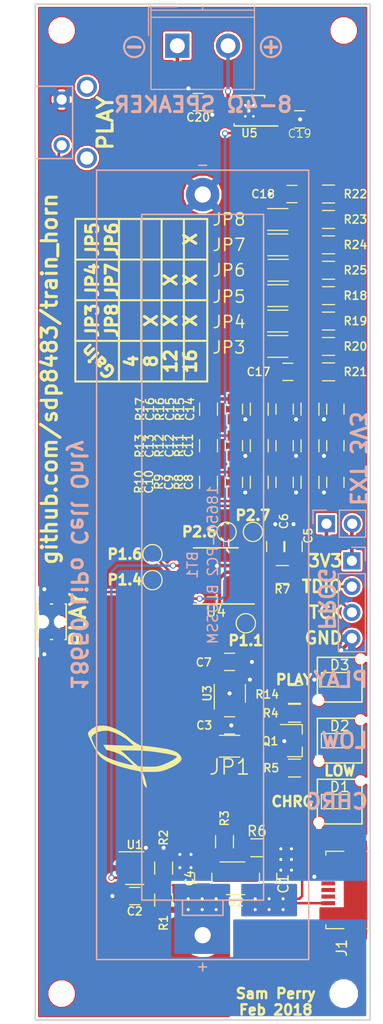
<source format=kicad_pcb>
(kicad_pcb (version 4) (host pcbnew 4.0.7)
  (layers (0 F.Cu signal) (31 B.Cu signal) (34 B.Paste user) (35 F.Paste user) (36 B.SilkS user) (37 F.SilkS user) (38 B.Mask user) (39 F.Mask user) (44 Edge.Cuts user))
  (net 0 "")
  (net 1 VCC)
  (net 2 GND)
  (net 3 "Net-(C1-Pad1)")
  (net 4 +3V3)
  (net 5 "Net-(C8-Pad1)")
  (net 6 "Net-(C9-Pad1)")
  (net 7 "Net-(C10-Pad1)")
  (net 8 "Net-(C11-Pad1)")
  (net 9 "Net-(C12-Pad1)")
  (net 10 "Net-(C13-Pad1)")
  (net 11 "Net-(C14-Pad1)")
  (net 12 "Net-(C17-Pad2)")
  (net 13 "Net-(C18-Pad1)")
  (net 14 "Net-(C19-Pad1)")
  (net 15 "Net-(D1-Pad1)")
  (net 16 "Net-(D2-Pad2)")
  (net 17 "Net-(D2-Pad1)")
  (net 18 "Net-(D3-Pad2)")
  (net 19 "Net-(J1-Pad2)")
  (net 20 "Net-(J1-Pad3)")
  (net 21 "Net-(J1-Pad4)")
  (net 22 "Net-(J1-Pad6)")
  (net 23 "Net-(J2-Pad1)")
  (net 24 SBWTDIO)
  (net 25 SBWTCK)
  (net 26 EN)
  (net 27 "Net-(JP3-Pad1)")
  (net 28 "Net-(JP6-Pad2)")
  (net 29 "Net-(LS1-Pad1)")
  (net 30 "Net-(LS1-Pad2)")
  (net 31 "Net-(Q1-Pad1)")
  (net 32 "Net-(R1-Pad2)")
  (net 33 "Net-(R3-Pad2)")
  (net 34 "Net-(R6-Pad1)")
  (net 35 B3)
  (net 36 D#4)
  (net 37 A4)
  (net 38 PLAY_LED)
  (net 39 "Net-(R18-Pad1)")
  (net 40 "Net-(R22-Pad1)")
  (net 41 PLAY)
  (net 42 "Net-(TP1-Pad1)")
  (net 43 "Net-(TP2-Pad1)")
  (net 44 "Net-(TP3-Pad1)")
  (net 45 "Net-(TP4-Pad1)")
  (net 46 "Net-(TP5-Pad1)")
  (net 47 VREF+)
  (net 48 ~SHDWN)
  (net 49 "Net-(JP4-Pad1)")
  (net 50 "Net-(JP5-Pad1)")
  (net 51 "Net-(JP6-Pad1)")
  (net 52 "Net-(JP7-Pad1)")
  (module lib_fp:SwitchTactile_TE_1825027-8_SPST_RightAngle_TH (layer B.Cu) (at 213.8 74.5 90)
    (fp_text reference REF** hide)
    (fp_text value SwitchTactile_TE_1825027-8_SPST_RightAngle_TH)
    (pad 4 thru_hole circle (at 5.755 2.49 90) (size 2 2) (drill 1.3) (layers *.Cu *.Mask))
    (pad 1 thru_hole circle (at 0 0 90) (size 1.6 1.6) (drill 1) (layers *.Cu *.Mask) (net 41 PLAY))
    (pad 2 thru_hole circle (at 4.5 0 90) (size 1.6 1.6) (drill 1) (layers *.Cu *.Mask) (net 2 GND))
    (pad 3 thru_hole circle (at -1.255 2.49 90) (size 2 2) (drill 1.3) (layers *.Cu *.Mask))
  )
  (module lib_fp:TerminalBlock_02x5mm_Straight (layer B.Cu) (at 225.2 64.7)
    (fp_text reference LS1 hide)
    (fp_text value Speaker)
    (pad 1 thru_hole rect (at 0 0) (size 2.4 2.4) (drill 1.47) (layers *.Cu *.Mask) (net 29 "Net-(LS1-Pad1)"))
    (pad 2 thru_hole circle (at 5 0) (size 2.4 2.4) (drill 1.47) (layers *.Cu *.Mask) (net 30 "Net-(LS1-Pad2)"))
  )
  (module Housings_SSOP:TSSOP-16_4.4x5mm_Pitch0.65mm (layer F.Cu) (at 229 116.85 180)
    (fp_text reference U4 (at 0 -3.55 180) (layer F.SilkS))
    (fp_text value MSP430FR2000_TSSOP)
    (pad 1 smd rect (at -2.95 -2.275 180) (size 1.5 0.45) (layers F.Cu F.Paste F.Mask) (net 42 "Net-(TP1-Pad1)"))
    (pad 2 smd rect (at -2.95 -1.625 180) (size 1.5 0.45) (layers F.Cu F.Paste F.Mask) (net 38 PLAY_LED))
    (pad 3 smd rect (at -2.95 -0.975 180) (size 1.5 0.45) (layers F.Cu F.Paste F.Mask) (net 25 SBWTCK))
    (pad 4 smd rect (at -2.95 -0.325 180) (size 1.5 0.45) (layers F.Cu F.Paste F.Mask) (net 24 SBWTDIO))
    (pad 5 smd rect (at -2.95 0.325 180) (size 1.5 0.45) (layers F.Cu F.Paste F.Mask) (net 4 +3V3))
    (pad 6 smd rect (at -2.95 0.975 180) (size 1.5 0.45) (layers F.Cu F.Paste F.Mask) (net 2 GND))
    (pad 7 smd rect (at -2.95 1.625 180) (size 1.5 0.45) (layers F.Cu F.Paste F.Mask) (net 46 "Net-(TP5-Pad1)"))
    (pad 8 smd rect (at -2.95 2.275 180) (size 1.5 0.45) (layers F.Cu F.Paste F.Mask) (net 45 "Net-(TP4-Pad1)"))
    (pad 9 smd rect (at 2.95 2.275 180) (size 1.5 0.45) (layers F.Cu F.Paste F.Mask) (net 37 A4))
    (pad 10 smd rect (at 2.95 1.625 180) (size 1.5 0.45) (layers F.Cu F.Paste F.Mask) (net 36 D#4))
    (pad 11 smd rect (at 2.95 0.975 180) (size 1.5 0.45) (layers F.Cu F.Paste F.Mask) (net 47 VREF+))
    (pad 12 smd rect (at 2.95 0.325 180) (size 1.5 0.45) (layers F.Cu F.Paste F.Mask) (net 44 "Net-(TP3-Pad1)"))
    (pad 13 smd rect (at 2.95 -0.325 180) (size 1.5 0.45) (layers F.Cu F.Paste F.Mask) (net 35 B3))
    (pad 14 smd rect (at 2.95 -0.975 180) (size 1.5 0.45) (layers F.Cu F.Paste F.Mask) (net 43 "Net-(TP2-Pad1)"))
    (pad 15 smd rect (at 2.95 -1.625 180) (size 1.5 0.45) (layers F.Cu F.Paste F.Mask) (net 41 PLAY))
    (pad 16 smd rect (at 2.95 -2.275 180) (size 1.5 0.45) (layers F.Cu F.Paste F.Mask) (net 48 ~SHDWN))
  )
  (module 18650_battery_holder_PCB_Pins (layer B.Cu) (at 227.7 115.8)
    (fp_text reference BT1 (at -1 0 270) (layer B.SilkS) (effects (justify mirror)))
    (fp_text value 18650)
    (fp_text user "18650-PC2 BLOSSM" (at 1 0 270) (layer B.SilkS) (effects (justify mirror)))
    (fp_text user - (at 0 -39.4) (layer B.SilkS) (effects (justify mirror)))
    (fp_text user + (at 0 39.5) (layer B.SilkS) (effects (justify mirror)))
    (pad 1 thru_hole circle (at 0 36.45) (size 3.3 3.3) (drill 1.6) (layers *.Cu *.Mask) (net 1 VCC))
    (pad 2 thru_hole circle (at 0 -36.45) (size 3.3 3.3) (drill 1.6) (layers *.Cu *.Mask) (net 2 GND))
  )
  (module LED_0805_LIGHTPIPE (layer F.Cu) (at 241.2 139.1)
    (fp_text reference D1 (at 0 -1.45) (layer F.SilkS))
    (fp_text value BLUE)
    (pad 2 smd rect (at 1.1 0 180) (size 1.2 1.2) (layers F.Cu F.Paste F.Mask) (net 3 "Net-(C1-Pad1)"))
    (pad 1 smd rect (at -1.1 0 180) (size 1.2 1.2) (layers F.Cu F.Paste F.Mask) (net 15 "Net-(D1-Pad1)"))
    (pad "" np_thru_hole circle (at 2.05 -2.05) (size 0.7 0.7) (drill 0.7) (layers *.Cu *.Mask))
    (pad "" np_thru_hole circle (at -2.05 2.05) (size 0.7 0.7) (drill 0.7) (layers *.Cu *.Mask))
  )
  (module lib_fp:VIA_0-4mm (layer F.Cu) (at 232.7 71.65)
    (fp_text reference REF** hide)
    (fp_text value VIA_06mm hide)
    (pad 1 thru_hole circle (at 0 0) (size 0.4 0.4) (drill 0.254) (layers *.Cu) (net 2 GND))
  )
  (module lib_fp:VIA_0-4mm (layer F.Cu) (at 231.9 71.65)
    (fp_text reference REF** hide)
    (fp_text value VIA_06mm hide)
    (pad 1 thru_hole circle (at 0 0) (size 0.4 0.4) (drill 0.254) (layers *.Cu) (net 2 GND))
  )
  (module lib_fp:VIA_0-4mm (layer F.Cu) (at 232.7 70.55)
    (fp_text reference REF** hide)
    (fp_text value VIA_06mm hide)
    (pad 1 thru_hole circle (at 0 0) (size 0.4 0.4) (drill 0.254) (layers *.Cu) (net 2 GND))
  )
  (module SWITCH_Panasonic_SMDRight_EVQP7C (layer F.Cu) (at 212.8 121.4 270)
    (fp_text reference SW1 hide)
    (fp_text value PLAY)
    (pad 1 smd rect (at -1.8 -0.725 270) (size 1.4 1.05) (layers F.Cu F.Paste F.Mask) (net 41 PLAY))
    (pad 1 smd rect (at 1.8 -0.725 270) (size 1.4 1.05) (layers F.Cu F.Paste F.Mask) (net 41 PLAY))
    (pad 2 smd rect (at -1.8 0.725 270) (size 1.4 1.05) (layers F.Cu F.Paste F.Mask) (net 2 GND))
    (pad 2 smd rect (at 1.8 0.725 270) (size 1.4 1.05) (layers F.Cu F.Paste F.Mask) (net 2 GND))
    (pad "" np_thru_hole circle (at 0 0.9 270) (size 0.72 0.72) (drill 0.72) (layers *.Cu *.Mask))
    (pad "" np_thru_hole circle (at 0 -0.9 270) (size 0.72 0.72) (drill 0.72) (layers *.Cu *.Mask))
  )
  (module TPA6211A1_MSOP (layer F.Cu) (at 232.3 71.1 180)
    (fp_text reference U5 (at 0 -2.2 180) (layer F.SilkS) (effects (font (size 0.8 0.8))))
    (fp_text value TPA6211A1)
    (pad 1 smd rect (at -2.1 -0.975 180) (size 1.6 0.4) (layers F.Cu F.Paste F.Mask) (net 48 ~SHDWN))
    (pad 2 smd rect (at -2.1 -0.325 180) (size 1.6 0.4) (layers F.Cu F.Paste F.Mask) (net 14 "Net-(C19-Pad1)"))
    (pad 3 smd rect (at -2.1 0.325 180) (size 1.6 0.4) (layers F.Cu F.Paste F.Mask) (net 40 "Net-(R22-Pad1)"))
    (pad 4 smd rect (at -2.1 0.975 180) (size 1.6 0.4) (layers F.Cu F.Paste F.Mask) (net 39 "Net-(R18-Pad1)"))
    (pad 5 smd rect (at 2.1 0.975 180) (size 1.6 0.4) (layers F.Cu F.Paste F.Mask) (net 30 "Net-(LS1-Pad2)"))
    (pad 6 smd rect (at 2.1 0.325 180) (size 1.6 0.4) (layers F.Cu F.Paste F.Mask) (net 1 VCC))
    (pad 7 smd rect (at 2.1 -0.325 180) (size 1.6 0.4) (layers F.Cu F.Paste F.Mask) (net 2 GND))
    (pad 8 smd rect (at 2.1 -0.975 180) (size 1.6 0.4) (layers F.Cu F.Paste F.Mask) (net 29 "Net-(LS1-Pad1)"))
    (pad 7 smd rect (at 0 0 180) (size 1.57 1.89) (layers F.Cu F.Paste F.Mask) (net 2 GND))
  )
  (module lib_fp:VIA_0-6mm (layer F.Cu) (at 226.55 145.6)
    (fp_text reference REF** hide)
    (fp_text value VIA_06mm hide)
    (pad 1 thru_hole circle (at 0 0) (size 0.6 0.6) (drill 0.3) (layers *.Cu) (net 2 GND))
  )
  (module lib_fp:VIA_0-6mm (layer F.Cu) (at 225.45 145.6)
    (fp_text reference REF** hide)
    (fp_text value VIA_06mm hide)
    (pad 1 thru_hole circle (at 0 0) (size 0.6 0.6) (drill 0.3) (layers *.Cu) (net 2 GND))
  )
  (module lib_fp:VIA_0-6mm (layer F.Cu) (at 226.55 144.3)
    (fp_text reference REF** hide)
    (fp_text value VIA_06mm hide)
    (pad 1 thru_hole circle (at 0 0) (size 0.6 0.6) (drill 0.3) (layers *.Cu) (net 2 GND))
  )
  (module lib_fp:VIA_0-6mm (layer F.Cu) (at 235.4 145.85)
    (fp_text reference REF** hide)
    (fp_text value VIA_06mm hide)
    (pad 1 thru_hole circle (at 0 0) (size 0.6 0.6) (drill 0.3) (layers *.Cu) (net 2 GND))
  )
  (module lib_fp:VIA_0-6mm (layer F.Cu) (at 236.45 145.85)
    (fp_text reference REF** hide)
    (fp_text value VIA_06mm hide)
    (pad 1 thru_hole circle (at 0 0) (size 0.6 0.6) (drill 0.3) (layers *.Cu) (net 2 GND))
  )
  (module lib_fp:VIA_0-6mm (layer F.Cu) (at 235.4 144.8)
    (fp_text reference REF** hide)
    (fp_text value VIA_06mm hide)
    (pad 1 thru_hole circle (at 0 0) (size 0.6 0.6) (drill 0.3) (layers *.Cu) (net 2 GND))
  )
  (module lib_fp:VIA_0-6mm (layer F.Cu) (at 236.45 144.8)
    (fp_text reference REF** hide)
    (fp_text value VIA_06mm hide)
    (pad 1 thru_hole circle (at 0 0) (size 0.6 0.6) (drill 0.3) (layers *.Cu) (net 2 GND))
  )
  (module lib_fp:VIA_0-6mm (layer F.Cu) (at 235.4 143.75)
    (fp_text reference REF** hide)
    (fp_text value VIA_06mm hide)
    (pad 1 thru_hole circle (at 0 0) (size 0.6 0.6) (drill 0.3) (layers *.Cu) (net 2 GND))
  )
  (module USB_Micro-B_Amphenol_10118192-0001LF (layer F.Cu) (at 242.75 147.8 90)
    (fp_text reference J1 (at -5.7 -1.35 270) (layer F.SilkS))
    (fp_text value USB_OTG)
    (pad 1 smd rect (at -1.3 -2.675 90) (size 0.4 1.35) (layers F.Cu F.Paste F.Mask) (net 3 "Net-(C1-Pad1)"))
    (pad 2 smd rect (at -0.65 -2.675 90) (size 0.4 1.35) (layers F.Cu F.Paste F.Mask) (net 19 "Net-(J1-Pad2)"))
    (pad 3 smd rect (at 0 -2.675 90) (size 0.4 1.35) (layers F.Cu F.Paste F.Mask) (net 20 "Net-(J1-Pad3)"))
    (pad 4 smd rect (at 0.65 -2.675 90) (size 0.4 1.35) (layers F.Cu F.Paste F.Mask) (net 21 "Net-(J1-Pad4)"))
    (pad 5 smd rect (at 1.3 -2.675 90) (size 0.4 1.35) (layers F.Cu F.Paste F.Mask) (net 2 GND))
    (pad 6 smd rect (at -3.1 -2.55 90) (size 2.1 1.6) (layers F.Cu F.Paste F.Mask) (net 22 "Net-(J1-Pad6)"))
    (pad 6 smd rect (at 3.1 -2.55 90) (size 2.1 1.6) (layers F.Cu F.Paste F.Mask) (net 22 "Net-(J1-Pad6)"))
    (pad 6 smd rect (at -3.8 0 90) (size 1.8 1.9) (layers F.Cu F.Paste F.Mask) (net 22 "Net-(J1-Pad6)"))
    (pad 6 smd rect (at 3.8 0 90) (size 1.8 1.9) (layers F.Cu F.Paste F.Mask) (net 22 "Net-(J1-Pad6)"))
    (pad 6 smd rect (at -1.2 0 90) (size 1.9 1.9) (layers F.Cu F.Paste F.Mask) (net 22 "Net-(J1-Pad6)"))
    (pad 6 smd rect (at 1.2 0 90) (size 1.9 1.9) (layers F.Cu F.Paste F.Mask) (net 22 "Net-(J1-Pad6)"))
  )
  (module lib_fp:VIA_0-6mm (layer F.Cu) (at 226.275 149.733334)
    (fp_text reference REF** hide)
    (fp_text value VIA_06mm hide)
    (pad 1 thru_hole circle (at 0 0) (size 0.6 0.6) (drill 0.3) (layers *.Cu) (net 1 VCC))
  )
  (module lib_fp:VIA_0-6mm (layer F.Cu) (at 227.65 149.733334)
    (fp_text reference REF** hide)
    (fp_text value VIA_06mm hide)
    (pad 1 thru_hole circle (at 0 0) (size 0.6 0.6) (drill 0.3) (layers *.Cu) (net 1 VCC))
  )
  (module lib_fp:VIA_0-6mm (layer F.Cu) (at 229.025 149.733334)
    (fp_text reference REF** hide)
    (fp_text value VIA_06mm hide)
    (pad 1 thru_hole circle (at 0 0) (size 0.6 0.6) (drill 0.3) (layers *.Cu) (net 1 VCC))
  )
  (module lib_fp:VIA_0-6mm (layer F.Cu) (at 226.275 148.666667)
    (fp_text reference REF** hide)
    (fp_text value VIA_06mm hide)
    (pad 1 thru_hole circle (at 0 0) (size 0.6 0.6) (drill 0.3) (layers *.Cu) (net 1 VCC))
  )
  (module lib_fp:VIA_0-6mm (layer F.Cu) (at 227.65 148.666667)
    (fp_text reference REF** hide)
    (fp_text value VIA_06mm hide)
    (pad 1 thru_hole circle (at 0 0) (size 0.6 0.6) (drill 0.3) (layers *.Cu) (net 1 VCC))
  )
  (module lib_fp:VIA_0-6mm (layer F.Cu) (at 232.875 149.733334)
    (fp_text reference REF** hide)
    (fp_text value VIA_06mm hide)
    (pad 1 thru_hole circle (at 0 0) (size 0.6 0.6) (drill 0.3) (layers *.Cu) (net 3 "Net-(C1-Pad1)"))
  )
  (module lib_fp:VIA_0-6mm (layer F.Cu) (at 234.25 149.733334)
    (fp_text reference REF** hide)
    (fp_text value VIA_06mm hide)
    (pad 1 thru_hole circle (at 0 0) (size 0.6 0.6) (drill 0.3) (layers *.Cu) (net 3 "Net-(C1-Pad1)"))
  )
  (module lib_fp:VIA_0-6mm (layer F.Cu) (at 235.625 149.733334)
    (fp_text reference REF** hide)
    (fp_text value VIA_06mm hide)
    (pad 1 thru_hole circle (at 0 0) (size 0.6 0.6) (drill 0.3) (layers *.Cu) (net 3 "Net-(C1-Pad1)"))
  )
  (module lib_fp:VIA_0-6mm (layer F.Cu) (at 232.875 148.666667)
    (fp_text reference REF** hide)
    (fp_text value VIA_06mm hide)
    (pad 1 thru_hole circle (at 0 0) (size 0.6 0.6) (drill 0.3) (layers *.Cu) (net 3 "Net-(C1-Pad1)"))
  )
  (module lib_fp:VIA_0-6mm (layer F.Cu) (at 234.25 148.666667)
    (fp_text reference REF** hide)
    (fp_text value VIA_06mm hide)
    (pad 1 thru_hole circle (at 0 0) (size 0.6 0.6) (drill 0.3) (layers *.Cu) (net 3 "Net-(C1-Pad1)"))
  )
  (module Mounting_Holes:MountingHole_2.2mm_M2 (layer F.Cu) (at 241.6 158)
    (fp_text reference REF** hide)
    (fp_text value MountingHole_2.2mm_M2)
    (pad 1 np_thru_hole circle (at 0 0) (size 2.2 2.2) (drill 2.2) (layers *.Cu *.Mask))
  )
  (module Mounting_Holes:MountingHole_2.2mm_M2 (layer F.Cu) (at 213.8 158)
    (fp_text reference REF** hide)
    (fp_text value MountingHole_2.2mm_M2)
    (pad 1 np_thru_hole circle (at 0 0) (size 2.2 2.2) (drill 2.2) (layers *.Cu *.Mask))
  )
  (module Mounting_Holes:MountingHole_2.2mm_M2 (layer F.Cu) (at 213.8 63.2)
    (fp_text reference REF** hide)
    (fp_text value MountingHole_2.2mm_M2)
    (pad 1 np_thru_hole circle (at 0 0) (size 2.2 2.2) (drill 2.2) (layers *.Cu *.Mask))
  )
  (module Capacitors_SMD:C_0805 (layer F.Cu) (at 234.15 146.65 90)
    (fp_text reference C1 (at -0.55 1.5 90) (layer F.SilkS))
    (fp_text value 4.7uF)
    (pad 1 smd rect (at -1 0 90) (size 1 1.25) (layers F.Cu F.Paste F.Mask) (net 3 "Net-(C1-Pad1)"))
    (pad 2 smd rect (at 1 0 90) (size 1 1.25) (layers F.Cu F.Paste F.Mask) (net 2 GND))
  )
  (module Capacitors_SMD:C_0805 (layer F.Cu) (at 221 148.4 180)
    (fp_text reference C2 (at 0 -1.5 180) (layer F.SilkS) (effects (font (size 0.8 0.8))))
    (fp_text value 100nF)
    (pad 1 smd rect (at -1 0 180) (size 1 1.25) (layers F.Cu F.Paste F.Mask) (net 1 VCC))
    (pad 2 smd rect (at 1 0 180) (size 1 1.25) (layers F.Cu F.Paste F.Mask) (net 2 GND))
  )
  (module Capacitors_SMD:C_0805 (layer F.Cu) (at 230.35 131.6)
    (fp_text reference C3 (at -2.5 0) (layer F.SilkS) (effects (font (size 0.8 0.8))))
    (fp_text value 1uF)
    (pad 1 smd rect (at -1 0) (size 1 1.25) (layers F.Cu F.Paste F.Mask) (net 1 VCC))
    (pad 2 smd rect (at 1 0) (size 1 1.25) (layers F.Cu F.Paste F.Mask) (net 2 GND))
  )
  (module Capacitors_SMD:C_0805 (layer F.Cu) (at 227.75 146.65 90)
    (fp_text reference C4 (at 0 -1.35 90) (layer F.SilkS) (effects (font (size 0.8 0.8))))
    (fp_text value 4.7uF)
    (pad 1 smd rect (at -1 0 90) (size 1 1.25) (layers F.Cu F.Paste F.Mask) (net 1 VCC))
    (pad 2 smd rect (at 1 0 90) (size 1 1.25) (layers F.Cu F.Paste F.Mask) (net 2 GND))
  )
  (module Capacitors_SMD:C_0805 (layer F.Cu) (at 236.65 114 90)
    (fp_text reference C5 (at 1.075 1.45 90) (layer F.SilkS) (effects (font (size 0.8 0.8))))
    (fp_text value 1uF)
    (pad 1 smd rect (at -1 0 90) (size 1 1.25) (layers F.Cu F.Paste F.Mask) (net 4 +3V3))
    (pad 2 smd rect (at 1 0 90) (size 1 1.25) (layers F.Cu F.Paste F.Mask) (net 2 GND))
  )
  (module Capacitors_SMD:C_0805 (layer F.Cu) (at 234.85 114 90)
    (fp_text reference C6 (at 2.5 0.85 90) (layer F.SilkS) (effects (font (size 0.8 0.8))))
    (fp_text value 100nF)
    (pad 1 smd rect (at -1 0 90) (size 1 1.25) (layers F.Cu F.Paste F.Mask) (net 4 +3V3))
    (pad 2 smd rect (at 1 0 90) (size 1 1.25) (layers F.Cu F.Paste F.Mask) (net 2 GND))
  )
  (module Capacitors_SMD:C_0805 (layer F.Cu) (at 230.35 125.35)
    (fp_text reference C7 (at -2.55 0.05) (layer F.SilkS) (effects (font (size 0.8 0.8))))
    (fp_text value 1uF)
    (pad 1 smd rect (at -1 0) (size 1 1.25) (layers F.Cu F.Paste F.Mask) (net 4 +3V3))
    (pad 2 smd rect (at 1 0) (size 1 1.25) (layers F.Cu F.Paste F.Mask) (net 2 GND))
  )
  (module Capacitors_SMD:C_0805 (layer F.Cu) (at 240.775 107.675 270)
    (fp_text reference C8 (at -0.025 14.45 270) (layer F.SilkS) (effects (font (size 0.8 0.8))))
    (fp_text value 100nF)
    (pad 1 smd rect (at -1 0 270) (size 1 1.25) (layers F.Cu F.Paste F.Mask) (net 5 "Net-(C8-Pad1)"))
    (pad 2 smd rect (at 1 0 270) (size 1 1.25) (layers F.Cu F.Paste F.Mask) (net 2 GND))
  )
  (module Capacitors_SMD:C_0805 (layer F.Cu) (at 235.775 107.675 270)
    (fp_text reference C9 (at 0 11.4 270) (layer F.SilkS) (effects (font (size 0.8 0.8))))
    (fp_text value 100nF)
    (pad 1 smd rect (at -1 0 270) (size 1 1.25) (layers F.Cu F.Paste F.Mask) (net 6 "Net-(C9-Pad1)"))
    (pad 2 smd rect (at 1 0 270) (size 1 1.25) (layers F.Cu F.Paste F.Mask) (net 2 GND))
  )
  (module Capacitors_SMD:C_0805 (layer F.Cu) (at 230.775 107.675 270)
    (fp_text reference C10 (at -0.05 8.375 270) (layer F.SilkS) (effects (font (size 0.8 0.8))))
    (fp_text value 100nF)
    (pad 1 smd rect (at -1 0 270) (size 1 1.25) (layers F.Cu F.Paste F.Mask) (net 7 "Net-(C10-Pad1)"))
    (pad 2 smd rect (at 1 0 270) (size 1 1.25) (layers F.Cu F.Paste F.Mask) (net 2 GND))
  )
  (module Capacitors_SMD:C_0805 (layer F.Cu) (at 240.775 104.075 270)
    (fp_text reference C11 (at -0.025 14.45 270) (layer F.SilkS) (effects (font (size 0.8 0.8))))
    (fp_text value 100nF)
    (pad 1 smd rect (at -1 0 270) (size 1 1.25) (layers F.Cu F.Paste F.Mask) (net 8 "Net-(C11-Pad1)"))
    (pad 2 smd rect (at 1 0 270) (size 1 1.25) (layers F.Cu F.Paste F.Mask) (net 2 GND))
  )
  (module Capacitors_SMD:C_0805 (layer F.Cu) (at 235.775 104.075 270)
    (fp_text reference C12 (at 0 11.35 270) (layer F.SilkS) (effects (font (size 0.8 0.8))))
    (fp_text value 100nF)
    (pad 1 smd rect (at -1 0 270) (size 1 1.25) (layers F.Cu F.Paste F.Mask) (net 9 "Net-(C12-Pad1)"))
    (pad 2 smd rect (at 1 0 270) (size 1 1.25) (layers F.Cu F.Paste F.Mask) (net 2 GND))
  )
  (module Capacitors_SMD:C_0805 (layer F.Cu) (at 230.775 104.075 270)
    (fp_text reference C13 (at 0.025 8.325 270) (layer F.SilkS) (effects (font (size 0.8 0.8))))
    (fp_text value 100nF)
    (pad 1 smd rect (at -1 0 270) (size 1 1.25) (layers F.Cu F.Paste F.Mask) (net 10 "Net-(C13-Pad1)"))
    (pad 2 smd rect (at 1 0 270) (size 1 1.25) (layers F.Cu F.Paste F.Mask) (net 2 GND))
  )
  (module Capacitors_SMD:C_0805 (layer F.Cu) (at 240.775 100.475 270)
    (fp_text reference C14 (at 0 14.325 270) (layer F.SilkS) (effects (font (size 0.8 0.8))))
    (fp_text value 100nF)
    (pad 1 smd rect (at -1 0 270) (size 1 1.25) (layers F.Cu F.Paste F.Mask) (net 11 "Net-(C14-Pad1)"))
    (pad 2 smd rect (at 1 0 270) (size 1 1.25) (layers F.Cu F.Paste F.Mask) (net 2 GND))
  )
  (module Capacitors_SMD:C_0805 (layer F.Cu) (at 235.775 100.475 270)
    (fp_text reference C15 (at 0 11.3 270) (layer F.SilkS) (effects (font (size 0.8 0.8))))
    (fp_text value 100nF)
    (pad 1 smd rect (at -1 0 270) (size 1 1.25) (layers F.Cu F.Paste F.Mask) (net 11 "Net-(C14-Pad1)"))
    (pad 2 smd rect (at 1 0 270) (size 1 1.25) (layers F.Cu F.Paste F.Mask) (net 2 GND))
  )
  (module Capacitors_SMD:C_0805 (layer F.Cu) (at 230.775 100.475 270)
    (fp_text reference C16 (at 0 8.275 270) (layer F.SilkS) (effects (font (size 0.8 0.8))))
    (fp_text value 100nF)
    (pad 1 smd rect (at -1 0 270) (size 1 1.25) (layers F.Cu F.Paste F.Mask) (net 11 "Net-(C14-Pad1)"))
    (pad 2 smd rect (at 1 0 270) (size 1 1.25) (layers F.Cu F.Paste F.Mask) (net 2 GND))
  )
  (module Capacitors_SMD:C_0805 (layer F.Cu) (at 236.1 96.8)
    (fp_text reference C17 (at -2.9 0) (layer F.SilkS) (effects (font (size 0.8 0.8))))
    (fp_text value 0.22uF)
    (pad 1 smd rect (at -1 0) (size 1 1.25) (layers F.Cu F.Paste F.Mask) (net 11 "Net-(C14-Pad1)"))
    (pad 2 smd rect (at 1 0) (size 1 1.25) (layers F.Cu F.Paste F.Mask) (net 12 "Net-(C17-Pad2)"))
  )
  (module Capacitors_SMD:C_0805 (layer F.Cu) (at 236.5 79.3 180)
    (fp_text reference C18 (at 2.85 0 180) (layer F.SilkS) (effects (font (size 0.8 0.8))))
    (fp_text value 0.22uF)
    (pad 1 smd rect (at -1 0 180) (size 1 1.25) (layers F.Cu F.Paste F.Mask) (net 13 "Net-(C18-Pad1)"))
    (pad 2 smd rect (at 1 0 180) (size 1 1.25) (layers F.Cu F.Paste F.Mask) (net 2 GND))
  )
  (module Capacitors_SMD:C_0805 (layer F.Cu) (at 237.25 71.95)
    (fp_text reference C19 (at 0 1.4) (layer F.SilkS) (effects (font (size 0.8 0.8) (thickness 0.1))))
    (fp_text value 0.22uF)
    (pad 1 smd rect (at -1 0) (size 1 1.25) (layers F.Cu F.Paste F.Mask) (net 14 "Net-(C19-Pad1)"))
    (pad 2 smd rect (at 1 0) (size 1 1.25) (layers F.Cu F.Paste F.Mask) (net 2 GND))
  )
  (module Capacitors_SMD:C_0805 (layer F.Cu) (at 227.25 70.25 180)
    (fp_text reference C20 (at 0 -1.5 180) (layer F.SilkS) (effects (font (size 0.8 0.8))))
    (fp_text value 1uF)
    (pad 1 smd rect (at -1 0 180) (size 1 1.25) (layers F.Cu F.Paste F.Mask) (net 1 VCC))
    (pad 2 smd rect (at 1 0 180) (size 1 1.25) (layers F.Cu F.Paste F.Mask) (net 2 GND))
  )
  (module Pin_Headers:Pin_Header_Straight_1x04_Pitch2.54mm (layer B.Cu) (at 242.4 115.4 180)
    (fp_text reference J2 hide)
    (fp_text value PROG)
    (pad 1 thru_hole rect (at 0 0 180) (size 1.7 1.7) (drill 1) (layers *.Cu *.Mask) (net 23 "Net-(J2-Pad1)"))
    (pad 2 thru_hole oval (at 0 -2.54 180) (size 1.7 1.7) (drill 1) (layers *.Cu *.Mask) (net 24 SBWTDIO))
    (pad 3 thru_hole oval (at 0 -5.08 180) (size 1.7 1.7) (drill 1) (layers *.Cu *.Mask) (net 25 SBWTCK))
    (pad 4 thru_hole oval (at 0 -7.62 180) (size 1.7 1.7) (drill 1) (layers *.Cu *.Mask) (net 2 GND))
  )
  (module TO_SOT_Packages_SMD:SOT-23 (layer F.Cu) (at 236.75 133.1)
    (fp_text reference Q1 (at -2.4 0.05) (layer F.SilkS) (effects (font (size 0.8 0.8))))
    (fp_text value 2N7002)
    (pad 1 smd rect (at -1 -0.95) (size 0.9 0.8) (layers F.Cu F.Paste F.Mask) (net 31 "Net-(Q1-Pad1)"))
    (pad 2 smd rect (at -1 0.95) (size 0.9 0.8) (layers F.Cu F.Paste F.Mask) (net 2 GND))
    (pad 3 smd rect (at 1 0) (size 0.9 0.8) (layers F.Cu F.Paste F.Mask) (net 17 "Net-(D2-Pad1)"))
  )
  (module Resistors_SMD:R_0805 (layer F.Cu) (at 223.85 148.8 90)
    (fp_text reference R1 (at -2.25 0 90) (layer F.SilkS) (effects (font (size 0.8 0.8))))
    (fp_text value 100K)
    (pad 1 smd rect (at -0.95 0 90) (size 0.7 1.3) (layers F.Cu F.Paste F.Mask) (net 1 VCC))
    (pad 2 smd rect (at 0.95 0 90) (size 0.7 1.3) (layers F.Cu F.Paste F.Mask) (net 32 "Net-(R1-Pad2)"))
  )
  (module Resistors_SMD:R_0805 (layer F.Cu) (at 223.85 145.65 90)
    (fp_text reference R2 (at 3 0 90) (layer F.SilkS) (effects (font (size 0.8 0.8))))
    (fp_text value 56K)
    (pad 1 smd rect (at -0.95 0 90) (size 0.7 1.3) (layers F.Cu F.Paste F.Mask) (net 32 "Net-(R1-Pad2)"))
    (pad 2 smd rect (at 0.95 0 90) (size 0.7 1.3) (layers F.Cu F.Paste F.Mask) (net 2 GND))
  )
  (module Resistors_SMD:R_0805 (layer F.Cu) (at 229.85 143.05 270)
    (fp_text reference R3 (at -2.3 0 270) (layer F.SilkS) (effects (font (size 0.8 0.8))))
    (fp_text value 470)
    (pad 1 smd rect (at -0.95 0 270) (size 0.7 1.3) (layers F.Cu F.Paste F.Mask) (net 15 "Net-(D1-Pad1)"))
    (pad 2 smd rect (at 0.95 0 270) (size 0.7 1.3) (layers F.Cu F.Paste F.Mask) (net 33 "Net-(R3-Pad2)"))
  )
  (module Resistors_SMD:R_0805 (layer F.Cu) (at 236.75 130.4 180)
    (fp_text reference R4 (at 2.35 0 180) (layer F.SilkS) (effects (font (size 0.8 0.8))))
    (fp_text value 100K)
    (pad 1 smd rect (at -0.95 0 180) (size 0.7 1.3) (layers F.Cu F.Paste F.Mask) (net 1 VCC))
    (pad 2 smd rect (at 0.95 0 180) (size 0.7 1.3) (layers F.Cu F.Paste F.Mask) (net 31 "Net-(Q1-Pad1)"))
  )
  (module Resistors_SMD:R_0805 (layer F.Cu) (at 236.75 135.8)
    (fp_text reference R5 (at -2.3 0) (layer F.SilkS) (effects (font (size 0.8 0.8))))
    (fp_text value 1K)
    (pad 1 smd rect (at -0.95 0) (size 0.7 1.3) (layers F.Cu F.Paste F.Mask) (net 1 VCC))
    (pad 2 smd rect (at 0.95 0) (size 0.7 1.3) (layers F.Cu F.Paste F.Mask) (net 16 "Net-(D2-Pad2)"))
  )
  (module Resistors_SMD:R_0805 (layer F.Cu) (at 233.05 143.65)
    (fp_text reference R6 (at 0 -1.65) (layer F.SilkS))
    (fp_text value 2k)
    (pad 1 smd rect (at -0.95 0) (size 0.7 1.3) (layers F.Cu F.Paste F.Mask) (net 34 "Net-(R6-Pad1)"))
    (pad 2 smd rect (at 0.95 0) (size 0.7 1.3) (layers F.Cu F.Paste F.Mask) (net 2 GND))
  )
  (module Resistors_SMD:R_0805 (layer F.Cu) (at 235.55 116.75 180)
    (fp_text reference R7 (at 0 -1.45 180) (layer F.SilkS) (effects (font (size 0.8 0.8))))
    (fp_text value 47k)
    (pad 1 smd rect (at -0.95 0 180) (size 0.7 1.3) (layers F.Cu F.Paste F.Mask) (net 4 +3V3))
    (pad 2 smd rect (at 0.95 0 180) (size 0.7 1.3) (layers F.Cu F.Paste F.Mask) (net 24 SBWTDIO))
  )
  (module Resistors_SMD:R_0805 (layer F.Cu) (at 238.275 107.675 270)
    (fp_text reference R8 (at -0.025 12.925 270) (layer F.SilkS) (effects (font (size 0.8 0.8))))
    (fp_text value 6.2k)
    (pad 1 smd rect (at -0.95 0 270) (size 0.7 1.3) (layers F.Cu F.Paste F.Mask) (net 5 "Net-(C8-Pad1)"))
    (pad 2 smd rect (at 0.95 0 270) (size 0.7 1.3) (layers F.Cu F.Paste F.Mask) (net 35 B3))
  )
  (module Resistors_SMD:R_0805 (layer F.Cu) (at 233.275 107.675 270)
    (fp_text reference R9 (at -0.05 9.9 270) (layer F.SilkS) (effects (font (size 0.8 0.8))))
    (fp_text value 5.1k)
    (pad 1 smd rect (at -0.95 0 270) (size 0.7 1.3) (layers F.Cu F.Paste F.Mask) (net 6 "Net-(C9-Pad1)"))
    (pad 2 smd rect (at 0.95 0 270) (size 0.7 1.3) (layers F.Cu F.Paste F.Mask) (net 36 D#4))
  )
  (module Resistors_SMD:R_0805 (layer F.Cu) (at 228.275 107.675 270)
    (fp_text reference R10 (at -0.05 6.85 270) (layer F.SilkS) (effects (font (size 0.8 0.8))))
    (fp_text value 3.6k)
    (pad 1 smd rect (at -0.95 0 270) (size 0.7 1.3) (layers F.Cu F.Paste F.Mask) (net 7 "Net-(C10-Pad1)"))
    (pad 2 smd rect (at 0.95 0 270) (size 0.7 1.3) (layers F.Cu F.Paste F.Mask) (net 37 A4))
  )
  (module Resistors_SMD:R_0805 (layer F.Cu) (at 238.275 104.075 270)
    (fp_text reference R11 (at -0.025 12.9 270) (layer F.SilkS) (effects (font (size 0.8 0.8))))
    (fp_text value 6.2k)
    (pad 1 smd rect (at -0.95 0 270) (size 0.7 1.3) (layers F.Cu F.Paste F.Mask) (net 8 "Net-(C11-Pad1)"))
    (pad 2 smd rect (at 0.95 0 270) (size 0.7 1.3) (layers F.Cu F.Paste F.Mask) (net 5 "Net-(C8-Pad1)"))
  )
  (module Resistors_SMD:R_0805 (layer F.Cu) (at 233.275 104.075 270)
    (fp_text reference R12 (at 0 9.85 270) (layer F.SilkS) (effects (font (size 0.8 0.8))))
    (fp_text value 5.1k)
    (pad 1 smd rect (at -0.95 0 270) (size 0.7 1.3) (layers F.Cu F.Paste F.Mask) (net 9 "Net-(C12-Pad1)"))
    (pad 2 smd rect (at 0.95 0 270) (size 0.7 1.3) (layers F.Cu F.Paste F.Mask) (net 6 "Net-(C9-Pad1)"))
  )
  (module Resistors_SMD:R_0805 (layer F.Cu) (at 228.275 104.075 270)
    (fp_text reference R13 (at 0.025 6.8 270) (layer F.SilkS) (effects (font (size 0.8 0.8))))
    (fp_text value 3.6k)
    (pad 1 smd rect (at -0.95 0 270) (size 0.7 1.3) (layers F.Cu F.Paste F.Mask) (net 10 "Net-(C13-Pad1)"))
    (pad 2 smd rect (at 0.95 0 270) (size 0.7 1.3) (layers F.Cu F.Paste F.Mask) (net 7 "Net-(C10-Pad1)"))
  )
  (module Resistors_SMD:R_0805 (layer F.Cu) (at 236.75 128.55 180)
    (fp_text reference R14 (at 2.7 0 180) (layer F.SilkS) (effects (font (size 0.8 0.8))))
    (fp_text value 1k)
    (pad 1 smd rect (at -0.95 0 180) (size 0.7 1.3) (layers F.Cu F.Paste F.Mask) (net 18 "Net-(D3-Pad2)"))
    (pad 2 smd rect (at 0.95 0 180) (size 0.7 1.3) (layers F.Cu F.Paste F.Mask) (net 38 PLAY_LED))
  )
  (module Resistors_SMD:R_0805 (layer F.Cu) (at 238.275 100.475 270)
    (fp_text reference R15 (at 0 12.825 270) (layer F.SilkS) (effects (font (size 0.8 0.8))))
    (fp_text value 6.2k)
    (pad 1 smd rect (at -0.95 0 270) (size 0.7 1.3) (layers F.Cu F.Paste F.Mask) (net 11 "Net-(C14-Pad1)"))
    (pad 2 smd rect (at 0.95 0 270) (size 0.7 1.3) (layers F.Cu F.Paste F.Mask) (net 8 "Net-(C11-Pad1)"))
  )
  (module Resistors_SMD:R_0805 (layer F.Cu) (at 233.275 100.475 270)
    (fp_text reference R16 (at 0 9.8 270) (layer F.SilkS) (effects (font (size 0.8 0.8))))
    (fp_text value 5.1k)
    (pad 1 smd rect (at -0.95 0 270) (size 0.7 1.3) (layers F.Cu F.Paste F.Mask) (net 11 "Net-(C14-Pad1)"))
    (pad 2 smd rect (at 0.95 0 270) (size 0.7 1.3) (layers F.Cu F.Paste F.Mask) (net 9 "Net-(C12-Pad1)"))
  )
  (module Resistors_SMD:R_0805 (layer F.Cu) (at 228.275 100.475 270)
    (fp_text reference R17 (at 0 6.75 270) (layer F.SilkS) (effects (font (size 0.8 0.8))))
    (fp_text value 3.6k)
    (pad 1 smd rect (at -0.95 0 270) (size 0.7 1.3) (layers F.Cu F.Paste F.Mask) (net 11 "Net-(C14-Pad1)"))
    (pad 2 smd rect (at 0.95 0 270) (size 0.7 1.3) (layers F.Cu F.Paste F.Mask) (net 10 "Net-(C13-Pad1)"))
  )
  (module Resistors_SMD:R_0805 (layer F.Cu) (at 240.1 89.3 180)
    (fp_text reference R18 (at -2.65 0 180) (layer F.SilkS) (effects (font (size 0.8 0.8))))
    (fp_text value 10k)
    (pad 1 smd rect (at -0.95 0 180) (size 0.7 1.3) (layers F.Cu F.Paste F.Mask) (net 39 "Net-(R18-Pad1)"))
    (pad 2 smd rect (at 0.95 0 180) (size 0.7 1.3) (layers F.Cu F.Paste F.Mask) (net 50 "Net-(JP5-Pad1)"))
  )
  (module Resistors_SMD:R_0805 (layer F.Cu) (at 240.1 91.8 180)
    (fp_text reference R19 (at -2.65 0 180) (layer F.SilkS) (effects (font (size 0.8 0.8))))
    (fp_text value 10k)
    (pad 1 smd rect (at -0.95 0 180) (size 0.7 1.3) (layers F.Cu F.Paste F.Mask) (net 39 "Net-(R18-Pad1)"))
    (pad 2 smd rect (at 0.95 0 180) (size 0.7 1.3) (layers F.Cu F.Paste F.Mask) (net 49 "Net-(JP4-Pad1)"))
  )
  (module Resistors_SMD:R_0805 (layer F.Cu) (at 240.1 94.3 180)
    (fp_text reference R20 (at -2.65 0 180) (layer F.SilkS) (effects (font (size 0.8 0.8))))
    (fp_text value 10k)
    (pad 1 smd rect (at -0.95 0 180) (size 0.7 1.3) (layers F.Cu F.Paste F.Mask) (net 39 "Net-(R18-Pad1)"))
    (pad 2 smd rect (at 0.95 0 180) (size 0.7 1.3) (layers F.Cu F.Paste F.Mask) (net 27 "Net-(JP3-Pad1)"))
  )
  (module Resistors_SMD:R_0805 (layer F.Cu) (at 240.1 96.8 180)
    (fp_text reference R21 (at -2.65 0 180) (layer F.SilkS) (effects (font (size 0.8 0.8))))
    (fp_text value 10k)
    (pad 1 smd rect (at -0.95 0 180) (size 0.7 1.3) (layers F.Cu F.Paste F.Mask) (net 39 "Net-(R18-Pad1)"))
    (pad 2 smd rect (at 0.95 0 180) (size 0.7 1.3) (layers F.Cu F.Paste F.Mask) (net 12 "Net-(C17-Pad2)"))
  )
  (module Resistors_SMD:R_0805 (layer F.Cu) (at 240.1 79.3 180)
    (fp_text reference R22 (at -2.65 0 180) (layer F.SilkS) (effects (font (size 0.8 0.8))))
    (fp_text value 10k)
    (pad 1 smd rect (at -0.95 0 180) (size 0.7 1.3) (layers F.Cu F.Paste F.Mask) (net 40 "Net-(R22-Pad1)"))
    (pad 2 smd rect (at 0.95 0 180) (size 0.7 1.3) (layers F.Cu F.Paste F.Mask) (net 13 "Net-(C18-Pad1)"))
  )
  (module Resistors_SMD:R_0805 (layer F.Cu) (at 240.1 81.8 180)
    (fp_text reference R23 (at -2.65 0 180) (layer F.SilkS) (effects (font (size 0.8 0.8))))
    (fp_text value 10k)
    (pad 1 smd rect (at -0.95 0 180) (size 0.7 1.3) (layers F.Cu F.Paste F.Mask) (net 40 "Net-(R22-Pad1)"))
    (pad 2 smd rect (at 0.95 0 180) (size 0.7 1.3) (layers F.Cu F.Paste F.Mask) (net 52 "Net-(JP7-Pad1)"))
  )
  (module Resistors_SMD:R_0805 (layer F.Cu) (at 240.1 84.3 180)
    (fp_text reference R24 (at -2.65 0 180) (layer F.SilkS) (effects (font (size 0.8 0.8))))
    (fp_text value 10k)
    (pad 1 smd rect (at -0.95 0 180) (size 0.7 1.3) (layers F.Cu F.Paste F.Mask) (net 40 "Net-(R22-Pad1)"))
    (pad 2 smd rect (at 0.95 0 180) (size 0.7 1.3) (layers F.Cu F.Paste F.Mask) (net 51 "Net-(JP6-Pad1)"))
  )
  (module Resistors_SMD:R_0805 (layer F.Cu) (at 240.1 86.8 180)
    (fp_text reference R25 (at -2.65 0 180) (layer F.SilkS) (effects (font (size 0.8 0.8))))
    (fp_text value 10k)
    (pad 1 smd rect (at -0.95 0 180) (size 0.7 1.3) (layers F.Cu F.Paste F.Mask) (net 40 "Net-(R22-Pad1)"))
    (pad 2 smd rect (at 0.95 0 180) (size 0.7 1.3) (layers F.Cu F.Paste F.Mask) (net 28 "Net-(JP6-Pad2)"))
  )
  (module TO_SOT_Packages_SMD:SOT-23-5 (layer F.Cu) (at 221 145.65)
    (fp_text reference U1 (at 0 -2.3) (layer F.SilkS) (effects (font (size 0.8 0.8))))
    (fp_text value MIC7221)
    (pad 1 smd rect (at -1.1 -0.95) (size 1.06 0.65) (layers F.Cu F.Paste F.Mask) (net 31 "Net-(Q1-Pad1)"))
    (pad 2 smd rect (at -1.1 0) (size 1.06 0.65) (layers F.Cu F.Paste F.Mask) (net 1 VCC))
    (pad 3 smd rect (at -1.1 0.95) (size 1.06 0.65) (layers F.Cu F.Paste F.Mask) (net 47 VREF+))
    (pad 4 smd rect (at 1.1 0.95) (size 1.06 0.65) (layers F.Cu F.Paste F.Mask) (net 32 "Net-(R1-Pad2)"))
    (pad 5 smd rect (at 1.1 -0.95) (size 1.06 0.65) (layers F.Cu F.Paste F.Mask) (net 2 GND))
  )
  (module TO_SOT_Packages_SMD:SOT-23-5 (layer F.Cu) (at 230.95 146.65)
    (fp_text reference U2 (at 0 2.35) (layer F.SilkS) (effects (font (size 0.8 0.8))))
    (fp_text value MCP73831)
    (pad 1 smd rect (at -1.1 -0.95) (size 1.06 0.65) (layers F.Cu F.Paste F.Mask) (net 33 "Net-(R3-Pad2)"))
    (pad 2 smd rect (at -1.1 0) (size 1.06 0.65) (layers F.Cu F.Paste F.Mask) (net 2 GND))
    (pad 3 smd rect (at -1.1 0.95) (size 1.06 0.65) (layers F.Cu F.Paste F.Mask) (net 1 VCC))
    (pad 4 smd rect (at 1.1 0.95) (size 1.06 0.65) (layers F.Cu F.Paste F.Mask) (net 3 "Net-(C1-Pad1)"))
    (pad 5 smd rect (at 1.1 -0.95) (size 1.06 0.65) (layers F.Cu F.Paste F.Mask) (net 34 "Net-(R6-Pad1)"))
  )
  (module TO_SOT_Packages_SMD:TSOT-23-5 (layer F.Cu) (at 230.35 128.45 90)
    (fp_text reference U3 (at 0 -2.2 90) (layer F.SilkS) (effects (font (size 0.8 0.8))))
    (fp_text value TPS78233DDCR)
    (pad 1 smd rect (at -1.31 -0.95 90) (size 1.22 0.65) (layers F.Cu F.Paste F.Mask) (net 1 VCC))
    (pad 2 smd rect (at -1.31 0 90) (size 1.22 0.65) (layers F.Cu F.Paste F.Mask) (net 2 GND))
    (pad 3 smd rect (at -1.31 0.95 90) (size 1.22 0.65) (layers F.Cu F.Paste F.Mask) (net 26 EN))
    (pad 4 smd rect (at 1.31 0.95 90) (size 1.22 0.65) (layers F.Cu F.Paste F.Mask) (net 2 GND))
    (pad 5 smd rect (at 1.31 -0.95 90) (size 1.22 0.65) (layers F.Cu F.Paste F.Mask) (net 4 +3V3))
  )
  (module Resistors_SMD:R_1206_HandSoldering (layer F.Cu) (at 230.35 133.65 180)
    (fp_text reference JP1 (at 0 -2.05 180) (layer F.SilkS) (effects (font (size 1.5 1.5))))
    (fp_text value LDO_EN)
    (pad 1 smd rect (at -2 0 180) (size 2 1.7) (layers F.Cu F.Paste F.Mask) (net 26 EN))
    (pad 2 smd rect (at 2 0 180) (size 2 1.7) (layers F.Cu F.Paste F.Mask) (net 1 VCC))
  )
  (module Resistors_SMD:R_1206_HandSoldering (layer F.Cu) (at 235.1 94.3 180)
    (fp_text reference JP3 (at 4.8 -0.1 180) (layer F.SilkS) (effects (font (size 1.2 1.2))))
    (fp_text value GADJ)
    (pad 1 smd rect (at -2 0 180) (size 2 1.7) (layers F.Cu F.Paste F.Mask) (net 27 "Net-(JP3-Pad1)"))
    (pad 2 smd rect (at 2 0 180) (size 2 1.7) (layers F.Cu F.Paste F.Mask) (net 12 "Net-(C17-Pad2)"))
  )
  (module Resistors_SMD:R_1206_HandSoldering (layer F.Cu) (at 235.1 91.8 180)
    (fp_text reference JP4 (at 4.8 -0.1 180) (layer F.SilkS) (effects (font (size 1.2 1.2))))
    (fp_text value GADJ)
    (pad 1 smd rect (at -2 0 180) (size 2 1.7) (layers F.Cu F.Paste F.Mask) (net 49 "Net-(JP4-Pad1)"))
    (pad 2 smd rect (at 2 0 180) (size 2 1.7) (layers F.Cu F.Paste F.Mask) (net 27 "Net-(JP3-Pad1)"))
  )
  (module Resistors_SMD:R_1206_HandSoldering (layer F.Cu) (at 235.1 89.3 180)
    (fp_text reference JP5 (at 4.8 -0.1 180) (layer F.SilkS) (effects (font (size 1.2 1.2))))
    (fp_text value GADJ)
    (pad 1 smd rect (at -2 0 180) (size 2 1.7) (layers F.Cu F.Paste F.Mask) (net 50 "Net-(JP5-Pad1)"))
    (pad 2 smd rect (at 2 0 180) (size 2 1.7) (layers F.Cu F.Paste F.Mask) (net 49 "Net-(JP4-Pad1)"))
  )
  (module Resistors_SMD:R_1206_HandSoldering (layer F.Cu) (at 235.15 86.8)
    (fp_text reference JP6 (at -4.85 0) (layer F.SilkS) (effects (font (size 1.2 1.2))))
    (fp_text value GADJ)
    (pad 1 smd rect (at -2 0) (size 2 1.7) (layers F.Cu F.Paste F.Mask) (net 51 "Net-(JP6-Pad1)"))
    (pad 2 smd rect (at 2 0) (size 2 1.7) (layers F.Cu F.Paste F.Mask) (net 28 "Net-(JP6-Pad2)"))
  )
  (module Resistors_SMD:R_1206_HandSoldering (layer F.Cu) (at 235.1 84.3)
    (fp_text reference JP7 (at -4.8 0) (layer F.SilkS) (effects (font (size 1.2 1.2))))
    (fp_text value GADJ)
    (pad 1 smd rect (at -2 0) (size 2 1.7) (layers F.Cu F.Paste F.Mask) (net 52 "Net-(JP7-Pad1)"))
    (pad 2 smd rect (at 2 0) (size 2 1.7) (layers F.Cu F.Paste F.Mask) (net 51 "Net-(JP6-Pad1)"))
  )
  (module Resistors_SMD:R_1206_HandSoldering (layer F.Cu) (at 235.1 81.8)
    (fp_text reference JP8 (at -4.8 0) (layer F.SilkS) (effects (font (size 1.2 1.2))))
    (fp_text value GADJ)
    (pad 1 smd rect (at -2 0) (size 2 1.7) (layers F.Cu F.Paste F.Mask) (net 13 "Net-(C18-Pad1)"))
    (pad 2 smd rect (at 2 0) (size 2 1.7) (layers F.Cu F.Paste F.Mask) (net 52 "Net-(JP7-Pad1)"))
  )
  (module Connectors_TestPoints:Test_Point_Pad_d1.5mm (layer F.Cu) (at 231.95 121.55)
    (fp_text reference TP1 hide)
    (fp_text value P1.1)
    (pad 1 smd circle (at 0 0) (size 1.5 1.5) (layers F.Cu F.Mask) (net 42 "Net-(TP1-Pad1)"))
  )
  (module Connectors_TestPoints:Test_Point_Pad_d1.5mm (layer F.Cu) (at 222.75 117.3)
    (fp_text reference TP2 hide)
    (fp_text value P1.4)
    (pad 1 smd circle (at 0 0) (size 1.5 1.5) (layers F.Cu F.Mask) (net 43 "Net-(TP2-Pad1)"))
  )
  (module Connectors_TestPoints:Test_Point_Pad_d1.5mm (layer F.Cu) (at 222.75 114.75)
    (fp_text reference TP3 hide)
    (fp_text value P1.6)
    (pad 1 smd circle (at 0 0) (size 1.5 1.5) (layers F.Cu F.Mask) (net 44 "Net-(TP3-Pad1)"))
  )
  (module Connectors_TestPoints:Test_Point_Pad_d1.5mm (layer F.Cu) (at 230.05 112.55)
    (fp_text reference TP4 hide)
    (fp_text value P2.6)
    (pad 1 smd circle (at 0 0) (size 1.5 1.5) (layers F.Cu F.Mask) (net 45 "Net-(TP4-Pad1)"))
  )
  (module Connectors_TestPoints:Test_Point_Pad_d1.5mm (layer F.Cu) (at 232.65 112.55)
    (fp_text reference TP5 hide)
    (fp_text value P2.7)
    (pad 1 smd circle (at 0 0) (size 1.5 1.5) (layers F.Cu F.Mask) (net 46 "Net-(TP5-Pad1)"))
  )
  (module Mounting_Holes:MountingHole_2.2mm_M2 (layer F.Cu) (at 241.6 63.2)
    (fp_text reference REF** (at 0 0) (layer F.SilkS) (effects (font (size 0.2 0.2) (thickness 0.05))))
    (fp_text value MountingHole_2.2mm_M2)
    (pad 1 np_thru_hole circle (at 0 0) (size 2.2 2.2) (drill 2.2) (layers *.Cu *.Mask))
  )
  (module lib_fp:VIA_0-6mm (layer F.Cu) (at 235.625 148.666667)
    (fp_text reference REF** hide)
    (fp_text value VIA_06mm hide)
    (pad 1 thru_hole circle (at 0 0) (size 0.6 0.6) (drill 0.3) (layers *.Cu) (net 3 "Net-(C1-Pad1)"))
  )
  (module lib_fp:VIA_0-6mm (layer F.Cu) (at 229.025 148.666667)
    (fp_text reference REF** hide)
    (fp_text value VIA_06mm hide)
    (pad 1 thru_hole circle (at 0 0) (size 0.6 0.6) (drill 0.3) (layers *.Cu) (net 1 VCC))
  )
  (module lib_fp:VIA_0-6mm (layer F.Cu) (at 236.45 143.75)
    (fp_text reference REF** hide)
    (fp_text value VIA_06mm hide)
    (pad 1 thru_hole circle (at 0 0) (size 0.6 0.6) (drill 0.3) (layers *.Cu) (net 2 GND))
  )
  (module lib_fp:VIA_0-6mm (layer F.Cu) (at 225.45 144.3)
    (fp_text reference REF** hide)
    (fp_text value VIA_06mm hide)
    (pad 1 thru_hole circle (at 0 0) (size 0.6 0.6) (drill 0.3) (layers *.Cu) (net 2 GND))
  )
  (module lib_fp:VIA_0-4mm (layer F.Cu) (at 232.3 71.1)
    (fp_text reference REF** hide)
    (fp_text value VIA_06mm hide)
    (pad 1 thru_hole circle (at 0 0) (size 0.4 0.4) (drill 0.254) (layers *.Cu) (net 2 GND))
  )
  (module lib_fp:VIA_0-4mm (layer F.Cu) (at 231.9 70.55)
    (fp_text reference REF** hide)
    (fp_text value VIA_06mm hide)
    (pad 1 thru_hole circle (at 0 0) (size 0.4 0.4) (drill 0.254) (layers *.Cu) (net 2 GND))
  )
  (module lib_fp:LED_0805_LIGHTPIPE (layer F.Cu) (at 241.2 133.1)
    (fp_text reference D2 (at 0 -1.45) (layer F.SilkS))
    (fp_text value RED)
    (pad 2 smd rect (at 1.1 0 180) (size 1.2 1.2) (layers F.Cu F.Paste F.Mask) (net 16 "Net-(D2-Pad2)"))
    (pad 1 smd rect (at -1.1 0 180) (size 1.2 1.2) (layers F.Cu F.Paste F.Mask) (net 17 "Net-(D2-Pad1)"))
    (pad "" np_thru_hole circle (at 2.05 -2.05) (size 0.7 0.7) (drill 0.7) (layers *.Cu *.Mask))
    (pad "" np_thru_hole circle (at -2.05 2.05) (size 0.7 0.7) (drill 0.7) (layers *.Cu *.Mask))
  )
  (module lib_fp:LED_0805_LIGHTPIPE (layer F.Cu) (at 241.2 127.1)
    (fp_text reference D3 (at 0 -1.45) (layer F.SilkS))
    (fp_text value GREEN)
    (pad 2 smd rect (at 1.1 0 180) (size 1.2 1.2) (layers F.Cu F.Paste F.Mask) (net 18 "Net-(D3-Pad2)"))
    (pad 1 smd rect (at -1.1 0 180) (size 1.2 1.2) (layers F.Cu F.Paste F.Mask) (net 2 GND))
    (pad "" np_thru_hole circle (at 2.05 -2.05) (size 0.7 0.7) (drill 0.7) (layers *.Cu *.Mask))
    (pad "" np_thru_hole circle (at -2.05 2.05) (size 0.7 0.7) (drill 0.7) (layers *.Cu *.Mask))
  )
  (module Pin_Headers:Pin_Header_Straight_1x02_Pitch2.54mm (layer B.Cu) (at 239.9 111.75 270)
    (fp_text reference JP2 hide)
    (fp_text value PROG_PWR)
    (pad 1 thru_hole rect (at 0 0 270) (size 1.7 1.7) (drill 1) (layers *.Cu *.Mask) (net 4 +3V3))
    (pad 2 thru_hole oval (at 0 -2.54 270) (size 1.7 1.7) (drill 1) (layers *.Cu *.Mask) (net 23 "Net-(J2-Pad1)"))
  )
  (module lib_fp:logo_9x6mm (layer F.Cu) (at 221 134.7 90)
    (fp_text reference G*** hide)
    (fp_text value LOGO hide)
  )
  (gr_text PLAY (at 215.4 121.2 90) (layer F.SilkS) (effects (font (size 1.5 1.5) (thickness 0.3))))
  (gr_text "Sam Perry\nFeb 2018" (at 234.9 158.8) (layer F.SilkS) (effects (font (size 1 1) (thickness 0.25))))
  (gr_text "18650 LiPo Cell Only" (at 215.5 115.8 270) (layer B.SilkS) (effects (font (size 1.5 1.5) (thickness 0.3)) (justify mirror)))
  (gr_text github.com/sdp8483/train_horn (at 212.6 97.5 90) (layer F.SilkS) (effects (font (size 1.5 1.5) (thickness 0.3))))
  (gr_text PLAY (at 244.125 127.1) (layer B.SilkS) (effects (font (size 1.5 1.5) (thickness 0.3)) (justify left mirror)))
  (gr_text LOW (at 244.125 133.1) (layer B.SilkS) (effects (font (size 1.5 1.5) (thickness 0.3)) (justify left mirror)))
  (gr_text CHRG (at 244.15 139.1) (layer B.SilkS) (effects (font (size 1.5 1.5) (thickness 0.3)) (justify left mirror)))
  (gr_text LOW (at 241.2 136.075) (layer F.SilkS) (effects (font (size 1 1) (thickness 0.25))))
  (gr_text PLAY (at 236.7 127.1) (layer F.SilkS) (effects (font (size 1 1) (thickness 0.25))))
  (gr_text CHRG (at 236.525 139.1) (layer F.SilkS) (effects (font (size 1 1) (thickness 0.25))))
  (gr_text P1.1 (at 231.95 123.25) (layer F.SilkS) (effects (font (size 1 1) (thickness 0.25))))
  (gr_text P1.4 (at 220.025 117.275) (layer F.SilkS) (effects (font (size 1 1) (thickness 0.25))))
  (gr_text P1.6 (at 220.025 114.75) (layer F.SilkS) (effects (font (size 1 1) (thickness 0.25))))
  (gr_line (start 228.15 81.75) (end 228.15 97.75) (angle 90) (layer F.SilkS) (width 0.2))
  (gr_line (start 225.85 97.75) (end 225.85 81.75) (angle 90) (layer F.SilkS) (width 0.2))
  (gr_line (start 223.65 81.75) (end 223.65 97.75) (angle 90) (layer F.SilkS) (width 0.2))
  (gr_line (start 221.65 97.75) (end 221.65 81.75) (angle 90) (layer F.SilkS) (width 0.2))
  (gr_line (start 219.45 81.75) (end 219.45 97.75) (angle 90) (layer F.SilkS) (width 0.2))
  (gr_line (start 215.15 97.75) (end 215.15 81.75) (angle 90) (layer F.SilkS) (width 0.2))
  (gr_text Gain (at 217.4 95.75 135) (layer F.SilkS) (effects (font (size 1.2 1.2) (thickness 0.3))))
  (gr_line (start 228.15 81.75) (end 228.15 85.75) (angle 90) (layer F.SilkS) (width 0.2))
  (gr_line (start 219.65 81.75) (end 228.15 81.75) (angle 90) (layer F.SilkS) (width 0.2))
  (gr_line (start 228.15 85.75) (end 228.15 89.75) (angle 90) (layer F.SilkS) (width 0.2))
  (gr_line (start 215.15 85.75) (end 228.15 85.75) (angle 90) (layer F.SilkS) (width 0.2))
  (gr_line (start 228.15 89.75) (end 228.15 93.75) (angle 90) (layer F.SilkS) (width 0.2))
  (gr_line (start 215.15 89.75) (end 228.15 89.75) (angle 90) (layer F.SilkS) (width 0.2))
  (gr_line (start 228.15 97.75) (end 219.65 97.75) (angle 90) (layer F.SilkS) (width 0.2))
  (gr_line (start 215.15 93.75) (end 228.15 93.75) (angle 90) (layer F.SilkS) (width 0.2))
  (gr_line (start 219.65 97.75) (end 215.15 97.75) (angle 90) (layer F.SilkS) (width 0.2))
  (gr_line (start 215.15 81.75) (end 219.65 81.75) (angle 90) (layer F.SilkS) (width 0.2))
  (gr_text "JP5\nJP6\n\n\n\nX" (at 221.65 83.75 90) (layer F.SilkS) (effects (font (size 1.2 1.2) (thickness 0.3))))
  (gr_text "JP4\nJP7\n\n\nX\nX" (at 221.65 87.75 90) (layer F.SilkS) (effects (font (size 1.2 1.2) (thickness 0.3))))
  (gr_text "JP3\nJP8\n\nX\nX\nX" (at 221.65 91.75 90) (layer F.SilkS) (effects (font (size 1.2 1.2) (thickness 0.3))))
  (gr_text "\n\n4\n8\n12\n16" (at 221.65 95.75 90) (layer F.SilkS) (effects (font (size 1.2 1.2) (thickness 0.3))))
  (gr_circle (center 220.95 64.825) (end 220.95 63.825) (layer B.SilkS) (width 0.2))
  (gr_circle (center 234.425 64.825) (end 234.425 63.825) (layer B.SilkS) (width 0.2))
  (gr_text - (at 220.95 64.725) (layer B.SilkS) (effects (font (size 1.5 1.5) (thickness 0.3)) (justify mirror)))
  (gr_text + (at 234.425 64.725) (layer B.SilkS) (effects (font (size 1.5 1.5) (thickness 0.3)) (justify mirror)))
  (gr_text "8-4Ω SPEAKER" (at 227.75 70.5) (layer B.SilkS) (effects (font (size 1.5 1.5) (thickness 0.3)) (justify mirror)))
  (gr_text PLAY (at 218.1 72.3 90) (layer F.SilkS) (effects (font (size 1.5 1.5) (thickness 0.3))))
  (gr_text PROG (at 239.875 119.175 270) (layer B.SilkS) (effects (font (size 1.5 1.5) (thickness 0.3)) (justify mirror)))
  (gr_text "EXT 3V3" (at 243 105.35 270) (layer B.SilkS) (effects (font (size 1.5 1.5) (thickness 0.3)) (justify mirror)))
  (gr_text GND (at 239.6 123) (layer F.SilkS) (effects (font (size 1.2 1.2) (thickness 0.25))))
  (gr_text TCK (at 239.875 120.475) (layer F.SilkS) (effects (font (size 1.2 1.2) (thickness 0.25))))
  (gr_text TDIO (at 239.45 117.925) (layer F.SilkS) (effects (font (size 1.2 1.2) (thickness 0.25))))
  (gr_text 3V3 (at 239.775 115.4) (layer F.SilkS) (effects (font (size 1.2 1.2) (thickness 0.25))))
  (gr_text P2.7 (at 232.65 110.925) (layer F.SilkS) (effects (font (size 1 1) (thickness 0.25))))
  (gr_text P2.6 (at 227.375 112.55) (layer F.SilkS) (effects (font (size 1 1) (thickness 0.25))))
  (gr_line (start 244.2 160.6) (end 244.2 60.6) (angle 90) (layer Edge.Cuts) (width 0.15))
  (gr_line (start 211.2 60.6) (end 211.2 160.6) (angle 90) (layer Edge.Cuts) (width 0.15))
  (gr_line (start 244.2 160.6) (end 211.2 160.6) (angle 90) (layer Edge.Cuts) (width 0.15))
  (gr_line (start 211.2 60.6) (end 244.2 60.6) (angle 90) (layer Edge.Cuts) (width 0.15))
  (segment (start 229.35 129.81) (end 229.4 129.76) (width 0.35) (layer F.Cu) (net 1))
  (segment (start 230.2 70.775) (end 228.775 70.775) (width 0.35) (layer F.Cu) (net 1))
  (segment (start 228.775 70.775) (end 228.25 70.25) (width 0.35) (layer F.Cu) (net 1))
  (segment (start 230.175 70.8) (end 230.2 70.775) (width 0.35) (layer F.Cu) (net 1))
  (segment (start 226.258334 149.75) (end 226.275 149.733334) (width 0.25) (layer F.Cu) (net 1))
  (segment (start 227.7 147.7) (end 227.75 147.65) (width 0.25) (layer F.Cu) (net 1))
  (segment (start 212.075 123.2) (end 212.075 124.575) (width 0.25) (layer F.Cu) (net 2))
  (via (at 212.1 124.6) (size 0.6) (drill 0.4) (layers F.Cu B.Cu) (net 2))
  (segment (start 212.075 124.575) (end 212.1 124.6) (width 0.25) (layer F.Cu) (net 2))
  (segment (start 212.075 119.6) (end 212.075 118.225) (width 0.25) (layer F.Cu) (net 2))
  (via (at 212.1 118.2) (size 0.6) (drill 0.4) (layers F.Cu B.Cu) (net 2))
  (segment (start 212.075 118.225) (end 212.1 118.2) (width 0.25) (layer F.Cu) (net 2))
  (segment (start 231.95 115.875) (end 229.125 115.875) (width 0.35) (layer F.Cu) (net 2))
  (via (at 229.1 115.9) (size 0.6) (drill 0.4) (layers F.Cu B.Cu) (net 2))
  (segment (start 229.125 115.875) (end 229.1 115.9) (width 0.35) (layer F.Cu) (net 2))
  (segment (start 230.35 129.76) (end 230.35 128.45) (width 0.25) (layer F.Cu) (net 2))
  (via (at 230.35 128.45) (size 0.6) (drill 0.4) (layers F.Cu B.Cu) (net 2))
  (segment (start 231.35 131.6) (end 230.525 131.6) (width 0.25) (layer F.Cu) (net 2))
  (via (at 230.525 131.6) (size 0.6) (drill 0.4) (layers F.Cu B.Cu) (net 2))
  (segment (start 234.85 113) (end 234.85 111.8) (width 0.25) (layer F.Cu) (net 2))
  (via (at 234.85 111.8) (size 0.6) (drill 0.4) (layers F.Cu B.Cu) (net 2))
  (segment (start 235.5 79.3) (end 234.3 79.3) (width 0.25) (layer F.Cu) (net 2))
  (via (at 234.3 79.3) (size 0.6) (drill 0.4) (layers F.Cu B.Cu) (net 2))
  (segment (start 240.775 108.675) (end 239.65 108.675) (width 0.25) (layer F.Cu) (net 2))
  (via (at 239.65 108.675) (size 0.6) (drill 0.4) (layers F.Cu B.Cu) (net 2))
  (segment (start 240.775 105.075) (end 239.65 105.075) (width 0.25) (layer F.Cu) (net 2))
  (via (at 239.65 105.075) (size 0.6) (drill 0.4) (layers F.Cu B.Cu) (net 2))
  (segment (start 240.775 101.475) (end 239.65 101.475) (width 0.25) (layer F.Cu) (net 2))
  (via (at 239.65 101.475) (size 0.6) (drill 0.4) (layers F.Cu B.Cu) (net 2))
  (segment (start 235.775 108.675) (end 236.9 108.675) (width 0.25) (layer F.Cu) (net 2))
  (via (at 236.9 108.675) (size 0.6) (drill 0.4) (layers F.Cu B.Cu) (net 2))
  (segment (start 235.775 105.075) (end 236.9 105.075) (width 0.25) (layer F.Cu) (net 2))
  (via (at 236.9 105.075) (size 0.6) (drill 0.4) (layers F.Cu B.Cu) (net 2))
  (segment (start 235.775 101.475) (end 236.9 101.475) (width 0.25) (layer F.Cu) (net 2))
  (via (at 236.9 101.475) (size 0.6) (drill 0.4) (layers F.Cu B.Cu) (net 2))
  (segment (start 230.775 108.675) (end 231.9 108.675) (width 0.25) (layer F.Cu) (net 2))
  (via (at 231.9 108.675) (size 0.6) (drill 0.4) (layers F.Cu B.Cu) (net 2))
  (segment (start 230.775 105.075) (end 231.9 105.075) (width 0.25) (layer F.Cu) (net 2))
  (via (at 231.9 105.075) (size 0.6) (drill 0.4) (layers F.Cu B.Cu) (net 2))
  (segment (start 230.775 101.475) (end 231.9 101.475) (width 0.25) (layer F.Cu) (net 2))
  (via (at 231.9 101.475) (size 0.6) (drill 0.4) (layers F.Cu B.Cu) (net 2))
  (segment (start 242.4 123.02) (end 242.4 123.15) (width 0.35) (layer F.Cu) (net 2))
  (segment (start 242.4 123.15) (end 241.35 124.2) (width 0.35) (layer F.Cu) (net 2))
  (via (at 241.35 124.2) (size 0.6) (drill 0.4) (layers F.Cu B.Cu) (net 2))
  (segment (start 231.3 127.14) (end 232.31 127.14) (width 0.35) (layer F.Cu) (net 2))
  (via (at 232.35 127.1) (size 0.6) (drill 0.4) (layers F.Cu B.Cu) (net 2))
  (segment (start 232.31 127.14) (end 232.35 127.1) (width 0.35) (layer F.Cu) (net 2))
  (segment (start 231.35 125.35) (end 232.55 125.35) (width 0.35) (layer F.Cu) (net 2))
  (via (at 232.55 125.35) (size 0.6) (drill 0.4) (layers F.Cu B.Cu) (net 2))
  (segment (start 234.85 113.05) (end 234.9 113) (width 0.35) (layer F.Cu) (net 2))
  (segment (start 236.65 113) (end 236.65 111.8) (width 0.35) (layer F.Cu) (net 2))
  (via (at 236.65 111.8) (size 0.6) (drill 0.4) (layers F.Cu B.Cu) (net 2))
  (segment (start 226.25 70.25) (end 226.25 68.95) (width 0.35) (layer F.Cu) (net 2))
  (via (at 226.3 68.9) (size 0.6) (drill 0.4) (layers F.Cu B.Cu) (net 2))
  (segment (start 226.25 68.95) (end 226.3 68.9) (width 0.35) (layer F.Cu) (net 2))
  (segment (start 238.25 71.95) (end 237.3 71.95) (width 0.35) (layer F.Cu) (net 2))
  (via (at 237.3 71.95) (size 0.6) (drill 0.4) (layers F.Cu B.Cu) (net 2))
  (segment (start 230.2 71.425) (end 228.725 71.425) (width 0.35) (layer F.Cu) (net 2))
  (via (at 228.65 71.5) (size 0.6) (drill 0.4) (layers F.Cu B.Cu) (net 2))
  (segment (start 228.725 71.425) (end 228.65 71.5) (width 0.35) (layer F.Cu) (net 2))
  (segment (start 240.1 127.1) (end 238.7 127.1) (width 0.25) (layer F.Cu) (net 2))
  (via (at 238.7 127.1) (size 0.6) (drill 0.4) (layers F.Cu B.Cu) (net 2))
  (segment (start 235.75 134.05) (end 235.75 133.15) (width 0.25) (layer F.Cu) (net 2))
  (via (at 235.75 133.15) (size 0.6) (drill 0.4) (layers F.Cu B.Cu) (net 2))
  (segment (start 222.1 144.7) (end 222.1 143.65) (width 0.25) (layer F.Cu) (net 2))
  (via (at 222.1 143.65) (size 0.6) (drill 0.4) (layers F.Cu B.Cu) (net 2))
  (segment (start 223.85 144.7) (end 223.85 143.65) (width 0.25) (layer F.Cu) (net 2))
  (via (at 223.85 143.65) (size 0.6) (drill 0.4) (layers F.Cu B.Cu) (net 2))
  (segment (start 220 148.4) (end 218.8 148.4) (width 0.25) (layer F.Cu) (net 2))
  (via (at 218.8 148.4) (size 0.6) (drill 0.4) (layers F.Cu B.Cu) (net 2))
  (segment (start 240.075 146.5) (end 238.7 146.5) (width 0.25) (layer F.Cu) (net 2))
  (via (at 238.7 146.5) (size 0.6) (drill 0.4) (layers F.Cu B.Cu) (net 2))
  (segment (start 242.3 139.1) (end 242.3 141.8) (width 0.25) (layer F.Cu) (net 3))
  (segment (start 237.233333 148.666667) (end 235.625 148.666667) (width 0.25) (layer F.Cu) (net 3))
  (segment (start 237.5 148.4) (end 237.233333 148.666667) (width 0.25) (layer F.Cu) (net 3))
  (segment (start 237.5 142.85) (end 237.5 148.4) (width 0.25) (layer F.Cu) (net 3))
  (segment (start 238.2 142.15) (end 237.5 142.85) (width 0.25) (layer F.Cu) (net 3))
  (segment (start 241.95 142.15) (end 238.2 142.15) (width 0.25) (layer F.Cu) (net 3))
  (segment (start 242.3 141.8) (end 241.95 142.15) (width 0.25) (layer F.Cu) (net 3))
  (segment (start 240.075 149.1) (end 236.258334 149.1) (width 0.25) (layer F.Cu) (net 3))
  (segment (start 236.258334 149.1) (end 235.625 149.733334) (width 0.25) (layer F.Cu) (net 3))
  (segment (start 235.658334 149.7) (end 235.625 149.733334) (width 0.25) (layer F.Cu) (net 3))
  (segment (start 236.65 115) (end 239.55 115) (width 0.35) (layer F.Cu) (net 4))
  (segment (start 239.9 114.65) (end 239.9 111.75) (width 0.35) (layer F.Cu) (net 4))
  (segment (start 239.55 115) (end 239.9 114.65) (width 0.35) (layer F.Cu) (net 4))
  (segment (start 231.95 116.525) (end 233.325 116.525) (width 0.35) (layer F.Cu) (net 4))
  (segment (start 233.85 115) (end 234.9 115) (width 0.35) (layer F.Cu) (net 4))
  (segment (start 233.65 115.2) (end 233.85 115) (width 0.35) (layer F.Cu) (net 4))
  (segment (start 233.65 116.25) (end 233.65 115.2) (width 0.35) (layer F.Cu) (net 4))
  (segment (start 233.325 116.525) (end 233.65 116.25) (width 0.35) (layer F.Cu) (net 4))
  (segment (start 231.95 116.525) (end 229.975 116.525) (width 0.35) (layer F.Cu) (net 4))
  (segment (start 229.35 117.15) (end 229.35 125.35) (width 0.35) (layer F.Cu) (net 4))
  (segment (start 229.975 116.525) (end 229.35 117.15) (width 0.35) (layer F.Cu) (net 4))
  (segment (start 231.975 116.55) (end 231.95 116.525) (width 0.35) (layer F.Cu) (net 4))
  (segment (start 236.5 116.75) (end 236.5 115.15) (width 0.35) (layer F.Cu) (net 4))
  (segment (start 236.5 115.15) (end 236.65 115) (width 0.35) (layer F.Cu) (net 4))
  (segment (start 234.9 115) (end 236.65 115) (width 0.35) (layer F.Cu) (net 4))
  (segment (start 229.4 127.14) (end 229.4 125.4) (width 0.35) (layer F.Cu) (net 4))
  (segment (start 229.4 125.4) (end 229.35 125.35) (width 0.35) (layer F.Cu) (net 4))
  (segment (start 229.4 125.3) (end 229.35 125.25) (width 0.35) (layer F.Cu) (net 4))
  (segment (start 240.775 106.675) (end 238.325 106.675) (width 0.25) (layer F.Cu) (net 5))
  (segment (start 238.325 106.675) (end 238.275 106.725) (width 0.25) (layer F.Cu) (net 5))
  (segment (start 238.275 106.725) (end 238.275 105.025) (width 0.25) (layer F.Cu) (net 5))
  (segment (start 235.775 106.675) (end 233.325 106.675) (width 0.25) (layer F.Cu) (net 6))
  (segment (start 233.325 106.675) (end 233.275 106.725) (width 0.25) (layer F.Cu) (net 6))
  (segment (start 233.275 106.725) (end 233.275 105.025) (width 0.25) (layer F.Cu) (net 6))
  (segment (start 228.275 106.725) (end 228.275 105.025) (width 0.25) (layer F.Cu) (net 7))
  (segment (start 230.775 106.675) (end 228.325 106.675) (width 0.25) (layer F.Cu) (net 7))
  (segment (start 228.325 106.675) (end 228.275 106.725) (width 0.25) (layer F.Cu) (net 7))
  (segment (start 240.775 103.075) (end 238.325 103.075) (width 0.25) (layer F.Cu) (net 8))
  (segment (start 238.325 103.075) (end 238.275 103.125) (width 0.25) (layer F.Cu) (net 8))
  (segment (start 238.275 103.125) (end 238.275 101.425) (width 0.25) (layer F.Cu) (net 8))
  (segment (start 235.775 103.075) (end 233.325 103.075) (width 0.25) (layer F.Cu) (net 9))
  (segment (start 233.325 103.075) (end 233.275 103.125) (width 0.25) (layer F.Cu) (net 9))
  (segment (start 233.275 103.125) (end 233.275 101.425) (width 0.25) (layer F.Cu) (net 9))
  (segment (start 230.775 103.075) (end 228.325 103.075) (width 0.25) (layer F.Cu) (net 10))
  (segment (start 228.325 103.075) (end 228.275 103.125) (width 0.25) (layer F.Cu) (net 10))
  (segment (start 228.275 103.125) (end 228.275 101.425) (width 0.25) (layer F.Cu) (net 10))
  (segment (start 235.775 99.475) (end 238.225 99.475) (width 0.35) (layer F.Cu) (net 11))
  (segment (start 238.225 99.475) (end 238.275 99.525) (width 0.35) (layer F.Cu) (net 11))
  (segment (start 230.775 99.475) (end 233.225 99.475) (width 0.35) (layer F.Cu) (net 11))
  (segment (start 233.225 99.475) (end 233.275 99.525) (width 0.35) (layer F.Cu) (net 11))
  (segment (start 233.225 99.475) (end 233.275 99.525) (width 0.25) (layer F.Cu) (net 11))
  (segment (start 235.775 99.475) (end 235.775 97.475) (width 0.35) (layer F.Cu) (net 11))
  (segment (start 235.775 97.475) (end 235.1 96.8) (width 0.35) (layer F.Cu) (net 11))
  (segment (start 240.775 99.475) (end 238.325 99.475) (width 0.35) (layer F.Cu) (net 11))
  (segment (start 238.325 99.475) (end 238.275 99.525) (width 0.35) (layer F.Cu) (net 11))
  (segment (start 240.825 99.525) (end 240.775 99.475) (width 0.35) (layer F.Cu) (net 11))
  (segment (start 235.775 99.475) (end 233.325 99.475) (width 0.35) (layer F.Cu) (net 11))
  (segment (start 233.325 99.475) (end 233.275 99.525) (width 0.35) (layer F.Cu) (net 11))
  (segment (start 235.825 99.525) (end 235.775 99.475) (width 0.35) (layer F.Cu) (net 11))
  (segment (start 230.775 99.475) (end 228.325 99.475) (width 0.35) (layer F.Cu) (net 11))
  (segment (start 228.325 99.475) (end 228.275 99.525) (width 0.35) (layer F.Cu) (net 11))
  (segment (start 237.1 96.8) (end 237.1 96) (width 0.25) (layer F.Cu) (net 12))
  (segment (start 234.5 95.7) (end 233.1 94.3) (width 0.25) (layer F.Cu) (net 12))
  (segment (start 236.8 95.7) (end 234.5 95.7) (width 0.25) (layer F.Cu) (net 12))
  (segment (start 237.1 96) (end 236.8 95.7) (width 0.25) (layer F.Cu) (net 12))
  (segment (start 237.1 96.8) (end 239.15 96.8) (width 0.25) (layer F.Cu) (net 12))
  (segment (start 237.5 79.3) (end 237.5 80.1) (width 0.25) (layer F.Cu) (net 13))
  (segment (start 234.45 80.45) (end 233.1 81.8) (width 0.25) (layer F.Cu) (net 13))
  (segment (start 237.15 80.45) (end 234.45 80.45) (width 0.25) (layer F.Cu) (net 13))
  (segment (start 237.5 80.1) (end 237.15 80.45) (width 0.25) (layer F.Cu) (net 13))
  (segment (start 237.5 79.3) (end 239.15 79.3) (width 0.25) (layer F.Cu) (net 13))
  (segment (start 234.4 71.425) (end 235.725 71.425) (width 0.35) (layer F.Cu) (net 14))
  (segment (start 235.725 71.425) (end 236.25 71.95) (width 0.35) (layer F.Cu) (net 14))
  (segment (start 229.85 142.4) (end 229.85 139.55) (width 0.25) (layer F.Cu) (net 15))
  (segment (start 230.3 139.1) (end 240.4 139.1) (width 0.25) (layer F.Cu) (net 15))
  (segment (start 229.85 139.55) (end 230.3 139.1) (width 0.25) (layer F.Cu) (net 15))
  (segment (start 237.7 135.8) (end 237.7 134.5) (width 0.25) (layer F.Cu) (net 16))
  (segment (start 242.3 133.95) (end 242.3 133.1) (width 0.25) (layer F.Cu) (net 16))
  (segment (start 242 134.25) (end 242.3 133.95) (width 0.25) (layer F.Cu) (net 16))
  (segment (start 237.95 134.25) (end 242 134.25) (width 0.25) (layer F.Cu) (net 16))
  (segment (start 237.7 134.5) (end 237.95 134.25) (width 0.25) (layer F.Cu) (net 16))
  (segment (start 237.75 133.1) (end 240.1 133.1) (width 0.25) (layer F.Cu) (net 17))
  (segment (start 237.7 128.55) (end 238.25 128.55) (width 0.25) (layer F.Cu) (net 18))
  (segment (start 242.3 128) (end 242.3 127.1) (width 0.25) (layer F.Cu) (net 18))
  (segment (start 242.1 128.2) (end 242.3 128) (width 0.25) (layer F.Cu) (net 18))
  (segment (start 238.6 128.2) (end 242.1 128.2) (width 0.25) (layer F.Cu) (net 18))
  (segment (start 238.25 128.55) (end 238.6 128.2) (width 0.25) (layer F.Cu) (net 18))
  (segment (start 242.05 150.9) (end 242.75 151.6) (width 0.25) (layer F.Cu) (net 22))
  (segment (start 240.9 151.6) (end 240.2 150.9) (width 0.25) (layer F.Cu) (net 22))
  (segment (start 242.05 144.7) (end 242.75 144) (width 0.25) (layer F.Cu) (net 22))
  (segment (start 242.4 115.4) (end 242.4 111.79) (width 0.35) (layer F.Cu) (net 23))
  (segment (start 242.4 111.79) (end 242.44 111.75) (width 0.35) (layer F.Cu) (net 23))
  (segment (start 242.4 117.94) (end 234.74 117.94) (width 0.25) (layer F.Cu) (net 24))
  (segment (start 234.6 117.8) (end 234.6 116.75) (width 0.25) (layer F.Cu) (net 24))
  (segment (start 234.74 117.94) (end 234.6 117.8) (width 0.25) (layer F.Cu) (net 24))
  (segment (start 231.95 117.175) (end 234.175 117.175) (width 0.25) (layer F.Cu) (net 24))
  (segment (start 234.175 117.175) (end 234.6 116.75) (width 0.25) (layer F.Cu) (net 24))
  (segment (start 231.95 117.825) (end 233.875 117.825) (width 0.25) (layer F.Cu) (net 25))
  (segment (start 240.32 118.4) (end 242.4 120.48) (width 0.25) (layer F.Cu) (net 25))
  (segment (start 234.45 118.4) (end 240.32 118.4) (width 0.25) (layer F.Cu) (net 25))
  (segment (start 233.875 117.825) (end 234.45 118.4) (width 0.25) (layer F.Cu) (net 25))
  (segment (start 232.35 133.65) (end 232.35 130.1) (width 0.25) (layer F.Cu) (net 26))
  (segment (start 232.01 129.76) (end 231.3 129.76) (width 0.25) (layer F.Cu) (net 26))
  (segment (start 232.35 130.1) (end 232.01 129.76) (width 0.25) (layer F.Cu) (net 26))
  (segment (start 237.1 94.3) (end 235.6 94.3) (width 0.25) (layer F.Cu) (net 27))
  (segment (start 235.6 94.3) (end 233.1 91.8) (width 0.25) (layer F.Cu) (net 27))
  (segment (start 237.1 94.3) (end 239.15 94.3) (width 0.25) (layer F.Cu) (net 27))
  (segment (start 237.15 86.8) (end 239.15 86.8) (width 0.25) (layer F.Cu) (net 28))
  (segment (start 230.2 72.075) (end 229.025 72.075) (width 0.35) (layer F.Cu) (net 29))
  (segment (start 225.2 71.9) (end 225.2 64.7) (width 0.35) (layer F.Cu) (net 29))
  (segment (start 225.5 72.2) (end 225.2 71.9) (width 0.35) (layer F.Cu) (net 29))
  (segment (start 228.9 72.2) (end 225.5 72.2) (width 0.35) (layer F.Cu) (net 29))
  (segment (start 229.025 72.075) (end 228.9 72.2) (width 0.35) (layer F.Cu) (net 29))
  (segment (start 230.2 70.125) (end 230.2 69.2) (width 0.35) (layer F.Cu) (net 30))
  (segment (start 230.2 69.2) (end 230.2 64.7) (width 0.35) (layer B.Cu) (net 30))
  (via (at 230.2 69.2) (size 0.6) (drill 0.4) (layers F.Cu B.Cu) (net 30))
  (segment (start 235.75 132.15) (end 234.7 132.15) (width 0.25) (layer F.Cu) (net 31))
  (segment (start 219.9 144.15) (end 219.9 144.7) (width 0.25) (layer F.Cu) (net 31))
  (segment (start 220.45 143.6) (end 219.9 144.15) (width 0.25) (layer F.Cu) (net 31))
  (segment (start 220.45 136.05) (end 220.45 143.6) (width 0.25) (layer F.Cu) (net 31))
  (segment (start 221.2 135.3) (end 220.45 136.05) (width 0.25) (layer F.Cu) (net 31))
  (segment (start 233.85 135.3) (end 221.2 135.3) (width 0.25) (layer F.Cu) (net 31))
  (segment (start 234.4 134.75) (end 233.85 135.3) (width 0.25) (layer F.Cu) (net 31))
  (segment (start 234.4 132.45) (end 234.4 134.75) (width 0.25) (layer F.Cu) (net 31))
  (segment (start 234.7 132.15) (end 234.4 132.45) (width 0.25) (layer F.Cu) (net 31))
  (segment (start 235.75 132.15) (end 235.75 130.45) (width 0.25) (layer F.Cu) (net 31))
  (segment (start 235.75 130.45) (end 235.8 130.4) (width 0.25) (layer F.Cu) (net 31))
  (segment (start 223.85 146.6) (end 222.1 146.6) (width 0.25) (layer F.Cu) (net 32))
  (segment (start 223.85 147.85) (end 223.85 146.6) (width 0.25) (layer F.Cu) (net 32))
  (segment (start 229.85 145.7) (end 229.85 144) (width 0.25) (layer F.Cu) (net 33))
  (segment (start 232.05 145.7) (end 232.05 143.7) (width 0.25) (layer F.Cu) (net 34))
  (segment (start 232.05 143.7) (end 232.1 143.65) (width 0.25) (layer F.Cu) (net 34))
  (segment (start 226.05 117.175) (end 227.15 117.175) (width 0.25) (layer F.Cu) (net 35))
  (segment (start 238.275 109.375) (end 238.275 108.625) (width 0.25) (layer F.Cu) (net 35))
  (segment (start 238.125 109.525) (end 238.275 109.375) (width 0.25) (layer F.Cu) (net 35))
  (segment (start 233.75 109.525) (end 238.125 109.525) (width 0.25) (layer F.Cu) (net 35))
  (segment (start 233.275 110) (end 233.75 109.525) (width 0.25) (layer F.Cu) (net 35))
  (segment (start 229.150002 110) (end 233.275 110) (width 0.25) (layer F.Cu) (net 35))
  (segment (start 228.650004 110.499998) (end 229.150002 110) (width 0.25) (layer F.Cu) (net 35))
  (segment (start 228.650004 114.322792) (end 228.650004 110.499998) (width 0.25) (layer F.Cu) (net 35))
  (segment (start 227.35 115.622796) (end 228.650004 114.322792) (width 0.25) (layer F.Cu) (net 35))
  (segment (start 227.35 116.975) (end 227.35 115.622796) (width 0.25) (layer F.Cu) (net 35))
  (segment (start 227.15 117.175) (end 227.35 116.975) (width 0.25) (layer F.Cu) (net 35))
  (segment (start 226.05 115.225) (end 227.111398 115.225) (width 0.25) (layer F.Cu) (net 36))
  (segment (start 233.275 109.35) (end 233.275 108.625) (width 0.25) (layer F.Cu) (net 36))
  (segment (start 233.1 109.525) (end 233.275 109.35) (width 0.25) (layer F.Cu) (net 36))
  (segment (start 228.95 109.525) (end 233.1 109.525) (width 0.25) (layer F.Cu) (net 36))
  (segment (start 228.200002 110.274998) (end 228.95 109.525) (width 0.25) (layer F.Cu) (net 36))
  (segment (start 228.200002 114.136396) (end 228.200002 110.274998) (width 0.25) (layer F.Cu) (net 36))
  (segment (start 227.111398 115.225) (end 228.200002 114.136396) (width 0.25) (layer F.Cu) (net 36))
  (segment (start 228.275 108.625) (end 228.275 108.975) (width 0.25) (layer F.Cu) (net 37))
  (segment (start 228.275 108.975) (end 227.75 109.5) (width 0.25) (layer F.Cu) (net 37))
  (segment (start 225.525 114.575) (end 227.125 114.575) (width 0.25) (layer F.Cu) (net 37))
  (segment (start 227.75 113.95) (end 227.75 109.5) (width 0.25) (layer F.Cu) (net 37))
  (segment (start 227.125 114.575) (end 227.75 113.95) (width 0.25) (layer F.Cu) (net 37))
  (segment (start 231.95 118.475) (end 233.125 118.475) (width 0.25) (layer F.Cu) (net 38))
  (segment (start 234.4 128.55) (end 235.8 128.55) (width 0.25) (layer F.Cu) (net 38))
  (segment (start 233.65 127.8) (end 234.4 128.55) (width 0.25) (layer F.Cu) (net 38))
  (segment (start 233.65 119) (end 233.65 127.8) (width 0.25) (layer F.Cu) (net 38))
  (segment (start 233.125 118.475) (end 233.65 119) (width 0.25) (layer F.Cu) (net 38))
  (segment (start 241.05 96.8) (end 241.05 94.3) (width 0.35) (layer F.Cu) (net 39))
  (segment (start 241.05 94.3) (end 241.05 91.8) (width 0.35) (layer F.Cu) (net 39))
  (segment (start 241.05 91.8) (end 241.05 89.3) (width 0.35) (layer F.Cu) (net 39))
  (segment (start 234.4 70.125) (end 240.975 70.125) (width 0.25) (layer F.Cu) (net 39))
  (segment (start 242.2 88.15) (end 241.05 89.3) (width 0.25) (layer F.Cu) (net 39))
  (segment (start 242.2 71.35) (end 242.2 88.15) (width 0.25) (layer F.Cu) (net 39))
  (segment (start 240.975 70.125) (end 242.2 71.35) (width 0.25) (layer F.Cu) (net 39))
  (segment (start 241.05 86.8) (end 241.05 84.3) (width 0.35) (layer F.Cu) (net 40))
  (segment (start 241.05 84.3) (end 241.05 81.8) (width 0.35) (layer F.Cu) (net 40))
  (segment (start 241.05 81.8) (end 241.05 79.3) (width 0.35) (layer F.Cu) (net 40))
  (segment (start 241.05 79.3) (end 241.05 71.4) (width 0.25) (layer F.Cu) (net 40))
  (segment (start 240.425 70.775) (end 234.4 70.775) (width 0.25) (layer F.Cu) (net 40))
  (segment (start 241.05 71.4) (end 240.425 70.775) (width 0.25) (layer F.Cu) (net 40))
  (segment (start 213.525 76.6) (end 213.525 74.775) (width 0.25) (layer F.Cu) (net 41))
  (segment (start 213.525 74.775) (end 213.8 74.5) (width 0.25) (layer F.Cu) (net 41))
  (segment (start 213.525 118.5) (end 213.525 76.6) (width 0.25) (layer F.Cu) (net 41))
  (segment (start 213.525 74.775) (end 213.8 74.5) (width 0.25) (layer F.Cu) (net 41))
  (segment (start 213.525 119.6) (end 213.525 118.5) (width 0.25) (layer F.Cu) (net 41))
  (segment (start 213.525 123.2) (end 213.525 122.525) (width 0.25) (layer F.Cu) (net 41))
  (segment (start 213.525 122.525) (end 212.8 121.8) (width 0.25) (layer F.Cu) (net 41))
  (segment (start 212.8 121.8) (end 212.8 121) (width 0.25) (layer F.Cu) (net 41))
  (segment (start 212.8 121) (end 213.525 120.275) (width 0.25) (layer F.Cu) (net 41))
  (segment (start 213.525 120.275) (end 213.525 119.6) (width 0.25) (layer F.Cu) (net 41))
  (segment (start 226.05 118.475) (end 214.7 118.475) (width 0.25) (layer F.Cu) (net 41))
  (segment (start 214.7 118.475) (end 214.65 118.475) (width 0.25) (layer F.Cu) (net 41))
  (segment (start 214.65 118.475) (end 213.525 119.6) (width 0.25) (layer F.Cu) (net 41))
  (segment (start 231.95 121.55) (end 231.95 119.125) (width 0.25) (layer F.Cu) (net 42))
  (segment (start 226.05 117.825) (end 223.275 117.825) (width 0.25) (layer F.Cu) (net 43))
  (segment (start 223.275 117.825) (end 222.75 117.3) (width 0.25) (layer F.Cu) (net 43))
  (segment (start 226.05 116.525) (end 224.525 116.525) (width 0.25) (layer F.Cu) (net 44))
  (segment (start 224.525 116.525) (end 222.75 114.75) (width 0.25) (layer F.Cu) (net 44))
  (segment (start 231.95 114.575) (end 230.65 114.575) (width 0.25) (layer F.Cu) (net 45))
  (segment (start 230.65 114.575) (end 230.05 113.975) (width 0.25) (layer F.Cu) (net 45))
  (segment (start 230.05 113.975) (end 230.05 112.55) (width 0.25) (layer F.Cu) (net 45))
  (segment (start 231.95 115.225) (end 232.91789 115.225) (width 0.25) (layer F.Cu) (net 46))
  (segment (start 232.91789 115.225) (end 233.25 114.89289) (width 0.25) (layer F.Cu) (net 46))
  (segment (start 233.25 114.89289) (end 233.25 113.15) (width 0.25) (layer F.Cu) (net 46))
  (segment (start 233.25 113.15) (end 232.65 112.55) (width 0.25) (layer F.Cu) (net 46))
  (segment (start 218.7 146.6) (end 218.7 116.5) (width 0.25) (layer B.Cu) (net 47))
  (segment (start 224.775 115.875) (end 226.05 115.875) (width 0.25) (layer F.Cu) (net 47))
  (via (at 224.775 115.875) (size 0.6) (drill 0.4) (layers F.Cu B.Cu) (net 47))
  (segment (start 219.325 115.875) (end 224.775 115.875) (width 0.25) (layer B.Cu) (net 47))
  (segment (start 218.7 116.5) (end 219.325 115.875) (width 0.25) (layer B.Cu) (net 47))
  (segment (start 219.9 146.6) (end 218.7 146.6) (width 0.25) (layer F.Cu) (net 47))
  (via (at 218.7 146.6) (size 0.6) (drill 0.4) (layers F.Cu B.Cu) (net 47))
  (segment (start 227.4 119.125) (end 229.575 119.125) (width 0.25) (layer B.Cu) (net 48))
  (segment (start 229.9 118.8) (end 229.9 73.325) (width 0.25) (layer B.Cu) (net 48))
  (segment (start 229.575 119.125) (end 229.9 118.8) (width 0.25) (layer B.Cu) (net 48))
  (segment (start 226.05 119.125) (end 227.4 119.125) (width 0.25) (layer F.Cu) (net 48))
  (segment (start 234.4 72.8) (end 234.4 72.075) (width 0.25) (layer F.Cu) (net 48))
  (via (at 229.9 73.325) (size 0.6) (drill 0.4) (layers F.Cu B.Cu) (net 48))
  (segment (start 229.9 73.325) (end 229.925 73.3) (width 0.25) (layer F.Cu) (net 48))
  (segment (start 229.925 73.3) (end 233.9 73.3) (width 0.25) (layer F.Cu) (net 48))
  (segment (start 233.9 73.3) (end 234.4 72.8) (width 0.25) (layer F.Cu) (net 48))
  (via (at 227.4 119.125) (size 0.6) (drill 0.4) (layers F.Cu B.Cu) (net 48))
  (segment (start 237.1 91.8) (end 235.6 91.8) (width 0.25) (layer F.Cu) (net 49))
  (segment (start 235.6 91.8) (end 233.1 89.3) (width 0.25) (layer F.Cu) (net 49))
  (segment (start 237.1 91.8) (end 239.15 91.8) (width 0.25) (layer F.Cu) (net 49))
  (segment (start 237.1 89.3) (end 239.15 89.3) (width 0.25) (layer F.Cu) (net 50))
  (segment (start 233.15 86.8) (end 234.6 86.8) (width 0.25) (layer F.Cu) (net 51))
  (segment (start 234.6 86.8) (end 237.1 84.3) (width 0.25) (layer F.Cu) (net 51))
  (segment (start 237.1 84.3) (end 239.15 84.3) (width 0.25) (layer F.Cu) (net 51))
  (segment (start 233.1 84.3) (end 234.6 84.3) (width 0.25) (layer F.Cu) (net 52))
  (segment (start 234.6 84.3) (end 237.1 81.8) (width 0.25) (layer F.Cu) (net 52))
  (segment (start 237.1 81.8) (end 239.15 81.8) (width 0.25) (layer F.Cu) (net 52))
  (zone (net 2) (net_name GND) (layer F.Cu) (connect_pads yes (clearance 0.2)) (min_thickness 0.254) (fill yes (arc_segments 16) (thermal_gap 0.508) (thermal_bridge_width 0.762))
    (polygon (pts (xy 237 146.9) (xy 233.2 146.9) (xy 233.2 147) (xy 228.7 147) (xy 228.7 146.9) (xy 224.9 146.9) (xy 224.9 143) (xy 228.9 143) (xy 228.9 146.3) (xy 232.9 146.3) (xy 232.9 142.7) (xy 237 142.7)))
  )
  (zone (net 1) (net_name VCC) (layer F.Cu) (connect_pads (clearance 0.2)) (min_thickness 0.254) (fill yes (arc_segments 16) (thermal_gap 0.508) (thermal_bridge_width 0.762))
    (polygon (pts (xy 244.6 142.4) (xy 224.6 142.4) (xy 224.6 147.2) (xy 230.4 147.2) (xy 230.4 161) (xy 210.8 161) (xy 210.8 142.4) (xy 210.9 60.2) (xy 244.6 60.2)))
  )
  (zone (net 3) (net_name "Net-(C1-Pad1)") (layer F.Cu) (connect_pads yes (clearance 0.2)) (min_thickness 0.254) (fill yes (arc_segments 16) (thermal_gap 0.508) (thermal_bridge_width 0.762))
    (polygon (pts (xy 237 150.4) (xy 231.5 150.4) (xy 231.5 147.2) (xy 237 147.2)))
  )
  (zone (net 1) (net_name VCC) (layer B.Cu) (connect_pads yes (clearance 0.2)) (min_thickness 0.254) (fill yes (arc_segments 16) (thermal_gap 0.508) (thermal_bridge_width 0.762))
    (polygon (pts (xy 230.4 154.1) (xy 224.9 154.1) (xy 224.9 147.2) (xy 230.4 147.2)))
  )
  (zone (net 3) (net_name "Net-(C1-Pad1)") (layer B.Cu) (connect_pads yes (clearance 0.2)) (min_thickness 0.254) (fill yes (arc_segments 16) (thermal_gap 0.508) (thermal_bridge_width 0.762))
    (polygon (pts (xy 237 150.4) (xy 231.5 150.4) (xy 231.5 147.2) (xy 237 147.2)))
  )
  (zone (net 22) (net_name "Net-(J1-Pad6)") (layer F.Cu) (connect_pads yes (clearance 0.2)) (min_thickness 0.254) (fill yes (arc_segments 16) (thermal_gap 0.508) (thermal_bridge_width 0.762))
    (polygon (pts (xy 243.9 143.5) (xy 244.3 143.5) (xy 244.3 152.1) (xy 243.9 152.1) (xy 243.9 152.7) (xy 239.2 152.7) (xy 239.2 149.5) (xy 241.6 149.5) (xy 241.6 146.1) (xy 239.2 146.1) (xy 239.2 142.9) (xy 243.9 142.9)))
  )
  (zone (net 2) (net_name GND) (layer B.Cu) (connect_pads (clearance 0.3)) (min_thickness 0.254) (fill yes (arc_segments 16) (thermal_gap 0.4) (thermal_bridge_width 0.762))
    (polygon (pts (xy 244.6 146.9) (xy 224.6 146.9) (xy 224.6 154.4) (xy 230.7 154.4) (xy 230.7 150.7) (xy 244.6 150.7) (xy 244.6 161) (xy 210.8 161) (xy 210.8 146.9) (xy 210.9 60.2) (xy 244.6 60.2)))
  )
)
</source>
